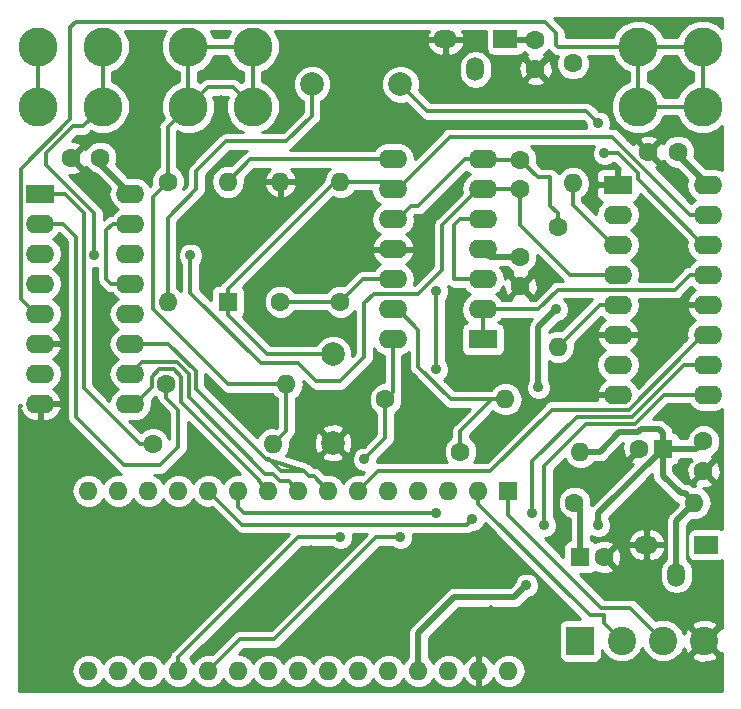
<source format=gbr>
G04 #@! TF.GenerationSoftware,KiCad,Pcbnew,(5.0.0-rc2-dev-179-gab3780148)*
G04 #@! TF.CreationDate,2018-03-20T17:07:23-05:00*
G04 #@! TF.ProjectId,conductivity_sensor_vert,636F6E6475637469766974795F73656E,rev?*
G04 #@! TF.SameCoordinates,Original*
G04 #@! TF.FileFunction,Copper,L2,Bot,Signal*
G04 #@! TF.FilePolarity,Positive*
%FSLAX46Y46*%
G04 Gerber Fmt 4.6, Leading zero omitted, Abs format (unit mm)*
G04 Created by KiCad (PCBNEW (5.0.0-rc2-dev-179-gab3780148)) date 03/20/18 17:07:23*
%MOMM*%
%LPD*%
G01*
G04 APERTURE LIST*
%ADD10O,1.500000X2.000000*%
%ADD11R,2.000000X1.500000*%
%ADD12O,2.000000X1.500000*%
%ADD13C,1.600000*%
%ADD14R,1.600000X1.600000*%
%ADD15O,1.600000X1.600000*%
%ADD16R,2.400000X1.600000*%
%ADD17O,2.400000X1.600000*%
%ADD18R,2.400000X2.400000*%
%ADD19C,2.400000*%
%ADD20C,2.000000*%
%ADD21C,3.302000*%
%ADD22C,0.350000*%
%ADD23C,0.889000*%
%ADD24C,0.304800*%
%ADD25C,0.508000*%
%ADD26C,0.254000*%
G04 APERTURE END LIST*
D10*
X148590000Y-68580000D03*
D11*
X151130000Y-66040000D03*
D12*
X146050000Y-66040000D03*
D13*
X153670000Y-68580000D03*
X153670000Y-66080000D03*
D14*
X151384000Y-104267000D03*
D15*
X118364000Y-119507000D03*
X148844000Y-104267000D03*
X120904000Y-119507000D03*
X146304000Y-104267000D03*
X123444000Y-119507000D03*
X143764000Y-104267000D03*
X125984000Y-119507000D03*
X141224000Y-104267000D03*
X128524000Y-119507000D03*
X138684000Y-104267000D03*
X131064000Y-119507000D03*
X136144000Y-104267000D03*
X133604000Y-119507000D03*
X133604000Y-104267000D03*
X136144000Y-119507000D03*
X131064000Y-104267000D03*
X138684000Y-119507000D03*
X128524000Y-104267000D03*
X141224000Y-119507000D03*
X125984000Y-104267000D03*
X143764000Y-119507000D03*
X123444000Y-104267000D03*
X146304000Y-119507000D03*
X120904000Y-104267000D03*
X148844000Y-119507000D03*
X118364000Y-104267000D03*
X151384000Y-119507000D03*
X115824000Y-104267000D03*
X115824000Y-119507000D03*
D16*
X160655000Y-78359000D03*
D17*
X168275000Y-96139000D03*
X160655000Y-80899000D03*
X168275000Y-93599000D03*
X160655000Y-83439000D03*
X168275000Y-91059000D03*
X160655000Y-85979000D03*
X168275000Y-88519000D03*
X160655000Y-88519000D03*
X168275000Y-85979000D03*
X160655000Y-91059000D03*
X168275000Y-83439000D03*
X160655000Y-93599000D03*
X168275000Y-80899000D03*
X160655000Y-96139000D03*
X168275000Y-78359000D03*
D16*
X111760000Y-79121000D03*
D17*
X119380000Y-96901000D03*
X111760000Y-81661000D03*
X119380000Y-94361000D03*
X111760000Y-84201000D03*
X119380000Y-91821000D03*
X111760000Y-86741000D03*
X119380000Y-89281000D03*
X111760000Y-89281000D03*
X119380000Y-86741000D03*
X111760000Y-91821000D03*
X119380000Y-84201000D03*
X111760000Y-94361000D03*
X119380000Y-81661000D03*
X111760000Y-96901000D03*
X119380000Y-79121000D03*
D16*
X149225000Y-91440000D03*
D17*
X141605000Y-76200000D03*
X149225000Y-88900000D03*
X141605000Y-78740000D03*
X149225000Y-86360000D03*
X141605000Y-81280000D03*
X149225000Y-83820000D03*
X141605000Y-83820000D03*
X149225000Y-81280000D03*
X141605000Y-86360000D03*
X149225000Y-78740000D03*
X141605000Y-88900000D03*
X149225000Y-76200000D03*
X141605000Y-91440000D03*
D13*
X156845000Y-68072000D03*
D15*
X156845000Y-78232000D03*
D13*
X155575000Y-81915000D03*
D15*
X155575000Y-92075000D03*
D13*
X122428000Y-95250000D03*
D15*
X132588000Y-95250000D03*
D13*
X121285000Y-100330000D03*
D15*
X131445000Y-100330000D03*
D13*
X140970000Y-96520000D03*
D15*
X151130000Y-96520000D03*
D13*
X147320000Y-100965000D03*
D15*
X157480000Y-100965000D03*
D13*
X132080000Y-88265000D03*
D15*
X132080000Y-78105000D03*
D13*
X137160000Y-88265000D03*
D15*
X137160000Y-78105000D03*
D13*
X122555000Y-78105000D03*
D15*
X122555000Y-88265000D03*
D13*
X156972000Y-105283000D03*
D15*
X167132000Y-105283000D03*
D18*
X157480000Y-116967000D03*
D19*
X160980000Y-116967000D03*
X164480000Y-116967000D03*
X167980000Y-116967000D03*
D14*
X127635000Y-88265000D03*
D15*
X127635000Y-78105000D03*
D10*
X165608000Y-111379000D03*
D11*
X168148000Y-108839000D03*
D12*
X163068000Y-108839000D03*
D20*
X136525000Y-92710000D03*
X136525000Y-100210000D03*
D13*
X152400000Y-78740000D03*
X152400000Y-76240000D03*
X165735000Y-75565000D03*
X163235000Y-75565000D03*
D20*
X142240000Y-69850000D03*
X134740000Y-69850000D03*
D13*
X116840000Y-76073000D03*
X114340000Y-76073000D03*
X152400000Y-84455000D03*
X152400000Y-86955000D03*
X167894000Y-100076000D03*
X167894000Y-102576000D03*
D14*
X157480000Y-109855000D03*
D13*
X159480000Y-109855000D03*
D14*
X164465000Y-100711000D03*
D13*
X162465000Y-100711000D03*
D21*
X111582200Y-66675000D03*
X111582200Y-71755000D03*
X117017800Y-71755000D03*
X117017800Y-66675000D03*
X167817800Y-66675000D03*
X167817800Y-71755000D03*
X162382200Y-71755000D03*
X162382200Y-66675000D03*
X129717800Y-66675000D03*
X129717800Y-71755000D03*
X124282200Y-71755000D03*
X124282200Y-66675000D03*
D22*
X119405915Y-65880000D03*
X121945915Y-65880000D03*
X127025915Y-65880000D03*
X132105915Y-65880000D03*
X134645915Y-65880000D03*
X137185915Y-65880000D03*
X139725915Y-65880000D03*
X142265915Y-65880000D03*
X160045915Y-65880000D03*
X165125915Y-65880000D03*
X119405915Y-68420000D03*
X121945915Y-68420000D03*
X127025915Y-68420000D03*
X132105915Y-68420000D03*
X137185915Y-68420000D03*
X139725915Y-68420000D03*
X144805915Y-68420000D03*
X160045915Y-68420000D03*
X165125915Y-68420000D03*
X119405915Y-70960000D03*
X121945915Y-70960000D03*
X127025915Y-70960000D03*
X132105915Y-70960000D03*
X137185915Y-70960000D03*
X139725915Y-70960000D03*
X147345915Y-70960000D03*
X149885915Y-70960000D03*
X152425915Y-70960000D03*
X154965915Y-70960000D03*
X160045915Y-70960000D03*
X165125915Y-70960000D03*
X119405915Y-73500000D03*
X127025915Y-73500000D03*
X132105915Y-73500000D03*
X137185915Y-73500000D03*
X139725915Y-73500000D03*
X142265915Y-73500000D03*
X147345915Y-73500000D03*
X149885915Y-73500000D03*
X152425915Y-73500000D03*
X154965915Y-73500000D03*
X165125915Y-73500000D03*
X157505915Y-76040000D03*
X167665915Y-76040000D03*
X116865915Y-78580000D03*
X129565915Y-78580000D03*
X134645915Y-78580000D03*
X147345915Y-78580000D03*
X124485915Y-81120000D03*
X129565915Y-81120000D03*
X132105915Y-81120000D03*
X137185915Y-81120000D03*
X139725915Y-81120000D03*
X127025915Y-83660000D03*
X134645915Y-83660000D03*
X137185915Y-83660000D03*
X139725915Y-83660000D03*
X165125915Y-83660000D03*
X127025915Y-86200000D03*
X134645915Y-86200000D03*
X137185915Y-86200000D03*
X165125915Y-86200000D03*
X129565915Y-88740000D03*
X147345915Y-88740000D03*
X157505915Y-88740000D03*
X165125915Y-88740000D03*
X116865915Y-91280000D03*
X132105915Y-91280000D03*
X134645915Y-91280000D03*
X147345915Y-91280000D03*
X165125915Y-91280000D03*
X116865915Y-93820000D03*
X157505915Y-93820000D03*
X127025915Y-96360000D03*
X129565915Y-96360000D03*
X134645915Y-96360000D03*
X137185915Y-96360000D03*
X111785915Y-98900000D03*
X114325915Y-98900000D03*
X121945915Y-98900000D03*
X124485915Y-98900000D03*
X129565915Y-98900000D03*
X134645915Y-98900000D03*
X139725915Y-98900000D03*
X142265915Y-98900000D03*
X149885915Y-98900000D03*
X111785915Y-101440000D03*
X114325915Y-101440000D03*
X116865915Y-101440000D03*
X124485915Y-101440000D03*
X127025915Y-101440000D03*
X134645915Y-101440000D03*
X142265915Y-101440000D03*
X111785915Y-103980000D03*
X114325915Y-103980000D03*
X157505915Y-103980000D03*
X111785915Y-106520000D03*
X114325915Y-106520000D03*
X116865915Y-106520000D03*
X119405915Y-106520000D03*
X121945915Y-106520000D03*
X124485915Y-106520000D03*
X162585915Y-106520000D03*
X111785915Y-109060000D03*
X114325915Y-109060000D03*
X116865915Y-109060000D03*
X119405915Y-109060000D03*
X121945915Y-109060000D03*
X124485915Y-109060000D03*
X127025915Y-109060000D03*
X129565915Y-109060000D03*
X134645915Y-109060000D03*
X144805915Y-109060000D03*
X147345915Y-109060000D03*
X149885915Y-109060000D03*
X111785915Y-111600000D03*
X114325915Y-111600000D03*
X116865915Y-111600000D03*
X119405915Y-111600000D03*
X121945915Y-111600000D03*
X124485915Y-111600000D03*
X127025915Y-111600000D03*
X132105915Y-111600000D03*
X134645915Y-111600000D03*
X139725915Y-111600000D03*
X142265915Y-111600000D03*
X144805915Y-111600000D03*
X149885915Y-111600000D03*
X162585915Y-111600000D03*
X167665915Y-111600000D03*
X111785915Y-114140000D03*
X114325915Y-114140000D03*
X116865915Y-114140000D03*
X119405915Y-114140000D03*
X121945915Y-114140000D03*
X137185915Y-114140000D03*
X139725915Y-114140000D03*
X142265915Y-114140000D03*
X149885915Y-114140000D03*
X152425915Y-114140000D03*
X154965915Y-114140000D03*
X165125915Y-114140000D03*
X167665915Y-114140000D03*
X111785915Y-116680000D03*
X114325915Y-116680000D03*
X116865915Y-116680000D03*
X119405915Y-116680000D03*
X127025915Y-116680000D03*
X134645915Y-116680000D03*
X137185915Y-116680000D03*
X139725915Y-116680000D03*
X142265915Y-116680000D03*
X147345915Y-116680000D03*
X149885915Y-116680000D03*
X152425915Y-116680000D03*
X154965915Y-116680000D03*
X111785915Y-119220000D03*
X114325915Y-119220000D03*
X154965915Y-119220000D03*
X157505915Y-119220000D03*
X160045915Y-119220000D03*
X162585915Y-119220000D03*
X165125915Y-119220000D03*
X167665915Y-119220000D03*
D23*
X159004000Y-107188000D03*
X139192000Y-101600000D03*
X137160000Y-108204000D03*
X142240000Y-108204000D03*
X145288000Y-93980000D03*
X145288000Y-87376000D03*
X145288000Y-106172000D03*
X154432000Y-107188000D03*
X148336000Y-106680000D03*
X153416000Y-106172000D03*
X155448000Y-88900000D03*
X153924000Y-95504000D03*
X152908000Y-112268000D03*
X159004000Y-73152000D03*
X159512000Y-75692000D03*
X124460000Y-84328000D03*
X116332000Y-84328000D03*
D24*
X161711389Y-114198389D02*
X164480000Y-116967000D01*
X151384000Y-104267000D02*
X151384000Y-106325880D01*
X151384000Y-106325880D02*
X159256509Y-114198389D01*
X159256509Y-114198389D02*
X161711389Y-114198389D01*
X159512000Y-114808000D02*
X159512000Y-115499000D01*
X159512000Y-115499000D02*
X160980000Y-116967000D01*
X158253630Y-114808000D02*
X159512000Y-114808000D01*
X148844000Y-104267000D02*
X148844000Y-105398370D01*
X148844000Y-105398370D02*
X158253630Y-114808000D01*
D25*
X159004000Y-107188000D02*
X159004000Y-106172000D01*
X159004000Y-106172000D02*
X164465000Y-100711000D01*
X160769357Y-99326643D02*
X159131000Y-100965000D01*
X159131000Y-100965000D02*
X157480000Y-100965000D01*
X164122000Y-99060000D02*
X162642007Y-99060000D01*
X162642007Y-99060000D02*
X162375364Y-99326643D01*
X162375364Y-99326643D02*
X160769357Y-99326643D01*
X164465000Y-100711000D02*
X164465000Y-99403000D01*
X164465000Y-99403000D02*
X164122000Y-99060000D01*
X164465000Y-100711000D02*
X167259000Y-100711000D01*
X167259000Y-100711000D02*
X167894000Y-100076000D01*
X165951001Y-104483001D02*
X164465000Y-102997000D01*
X164465000Y-102997000D02*
X164465000Y-102019000D01*
X164465000Y-102019000D02*
X164465000Y-100711000D01*
X167132000Y-105283000D02*
X166332001Y-104483001D01*
X166332001Y-104483001D02*
X165951001Y-104483001D01*
X165608000Y-106807000D02*
X165608000Y-111379000D01*
X167132000Y-105283000D02*
X165608000Y-106807000D01*
D24*
X146812000Y-81788000D02*
X147320000Y-81280000D01*
X147320000Y-81280000D02*
X149225000Y-81280000D01*
X146812000Y-86360000D02*
X146812000Y-81788000D01*
X149225000Y-86360000D02*
X146812000Y-86360000D01*
X139192000Y-101600000D02*
X140970000Y-99822000D01*
X140970000Y-99822000D02*
X140970000Y-96520000D01*
X133604000Y-108204000D02*
X137160000Y-108204000D01*
X123444000Y-118364000D02*
X133604000Y-108204000D01*
X123444000Y-119507000D02*
X123444000Y-118364000D01*
X141605000Y-91440000D02*
X141605000Y-95885000D01*
X141605000Y-95885000D02*
X140970000Y-96520000D01*
X127635000Y-117856000D02*
X125984000Y-119507000D01*
X131572000Y-116840000D02*
X128651000Y-116840000D01*
X128651000Y-116840000D02*
X127635000Y-117856000D01*
X140208000Y-108204000D02*
X131572000Y-116840000D01*
X142240000Y-108204000D02*
X140208000Y-108204000D01*
X145288000Y-93472000D02*
X145288000Y-93980000D01*
X145288000Y-87376000D02*
X145288000Y-93472000D01*
X138684000Y-104267000D02*
X140335000Y-102616000D01*
X166770200Y-92163800D02*
X167875000Y-91059000D01*
X167875000Y-91059000D02*
X168275000Y-91059000D01*
X166770200Y-92201763D02*
X166770200Y-92163800D01*
X155079788Y-97396212D02*
X161575751Y-97396212D01*
X161575751Y-97396212D02*
X166770200Y-92201763D01*
X149860000Y-102616000D02*
X155079788Y-97396212D01*
X140335000Y-102616000D02*
X149860000Y-102616000D01*
X132135778Y-102616000D02*
X131106979Y-101587201D01*
X131106979Y-101587201D02*
X130841543Y-101587201D01*
X134112000Y-102616000D02*
X132135778Y-102616000D01*
X130841543Y-101587201D02*
X134112000Y-102616000D01*
X130841543Y-101587201D02*
X124904421Y-95650079D01*
X124904421Y-95650079D02*
X124904420Y-94141524D01*
X124904420Y-94141524D02*
X122583892Y-91821000D01*
X122583892Y-91821000D02*
X119380000Y-91821000D01*
X134505799Y-103009799D02*
X134112000Y-102616000D01*
X136144000Y-104267000D02*
X134886799Y-103009799D01*
X134886799Y-103009799D02*
X134505799Y-103009799D01*
X133604000Y-104267000D02*
X132804001Y-103467001D01*
X132804001Y-103467001D02*
X132068881Y-103467001D01*
X124294810Y-94394034D02*
X123283965Y-93383189D01*
X123283965Y-93383189D02*
X120357810Y-93383190D01*
X124294812Y-96354812D02*
X124294810Y-94394034D01*
X132068881Y-103467001D02*
X131470389Y-102868509D01*
X131470389Y-102868509D02*
X130808509Y-102868509D01*
X120357810Y-93383190D02*
X119380000Y-94361000D01*
X130808509Y-102868509D02*
X124294812Y-96354812D01*
X123031457Y-93992799D02*
X121824543Y-93992799D01*
X123685201Y-96761201D02*
X123685201Y-94646543D01*
X121824543Y-93992799D02*
X121170799Y-94646543D01*
X131064000Y-104267000D02*
X130264001Y-103467001D01*
X121170799Y-94646543D02*
X121170799Y-95510201D01*
X130264001Y-103467001D02*
X130264001Y-103340001D01*
X123685201Y-94646543D02*
X123031457Y-93992799D01*
X130264001Y-103340001D02*
X123685201Y-96761201D01*
X121170799Y-95510201D02*
X119780000Y-96901000D01*
X119780000Y-96901000D02*
X119380000Y-96901000D01*
X154432000Y-102152342D02*
X154432000Y-106559383D01*
X164557203Y-96139000D02*
X162080771Y-98615432D01*
X157968910Y-98615432D02*
X154432000Y-102152342D01*
X162080771Y-98615432D02*
X157968910Y-98615432D01*
X168275000Y-96139000D02*
X164557203Y-96139000D01*
X154432000Y-106559383D02*
X154432000Y-107188000D01*
X129032000Y-106172000D02*
X128524000Y-105664000D01*
X145288000Y-106172000D02*
X129032000Y-106172000D01*
X128524000Y-105664000D02*
X128524000Y-104267000D01*
X168275000Y-93599000D02*
X166235083Y-93599000D01*
X166235083Y-93599000D02*
X161828260Y-98005823D01*
X161828260Y-98005823D02*
X157164057Y-98005823D01*
X157164057Y-98005823D02*
X153416000Y-101753880D01*
X153416000Y-101753880D02*
X153416000Y-105543383D01*
X153416000Y-105543383D02*
X153416000Y-106172000D01*
X128841499Y-107124499D02*
X125984000Y-104267000D01*
X147891501Y-107124499D02*
X128841499Y-107124499D01*
X148336000Y-106680000D02*
X147891501Y-107124499D01*
D25*
X116840000Y-76073000D02*
X116840000Y-76581000D01*
X116840000Y-76581000D02*
X119380000Y-79121000D01*
X153670000Y-66080000D02*
X151170000Y-66080000D01*
X151170000Y-66080000D02*
X151130000Y-66040000D01*
X165735000Y-75565000D02*
X165735000Y-75819000D01*
X165735000Y-75819000D02*
X168275000Y-78359000D01*
X152400000Y-84455000D02*
X149860000Y-84455000D01*
X149860000Y-84455000D02*
X149225000Y-83820000D01*
X153924000Y-90424000D02*
X155448000Y-88900000D01*
X153924000Y-95504000D02*
X153924000Y-90424000D01*
X157480000Y-109855000D02*
X157480000Y-105791000D01*
X157480000Y-105791000D02*
X156972000Y-105283000D01*
X143764000Y-116332000D02*
X143764000Y-119507000D01*
X146812000Y-113284000D02*
X143764000Y-116332000D01*
X151892000Y-113284000D02*
X146812000Y-113284000D01*
X152908000Y-112268000D02*
X151892000Y-113284000D01*
D24*
X157988000Y-72136000D02*
X144526000Y-72136000D01*
X144526000Y-72136000D02*
X142240000Y-69850000D01*
X159004000Y-73152000D02*
X157988000Y-72136000D01*
X168275000Y-83439000D02*
X167875000Y-83439000D01*
X167875000Y-83439000D02*
X162312201Y-77876201D01*
X160639222Y-75692000D02*
X159512000Y-75692000D01*
X162312201Y-77876201D02*
X162312201Y-77364979D01*
X162312201Y-77364979D02*
X160639222Y-75692000D01*
X132588000Y-74676000D02*
X134740000Y-72524000D01*
X134740000Y-72524000D02*
X134740000Y-69850000D01*
X127508000Y-74676000D02*
X132588000Y-74676000D01*
X124968000Y-77216000D02*
X127508000Y-74676000D01*
X124968000Y-78740000D02*
X124968000Y-77216000D01*
X122555000Y-81153000D02*
X124968000Y-78740000D01*
X122555000Y-88265000D02*
X122555000Y-81153000D01*
X139192000Y-92964000D02*
X139192000Y-88392000D01*
X139192000Y-88392000D02*
X139966790Y-87617210D01*
X135128000Y-94996000D02*
X137160000Y-94996000D01*
X139966790Y-87617210D02*
X143712272Y-87617210D01*
X143712272Y-87617210D02*
X145796000Y-85533482D01*
X145796000Y-81769000D02*
X148825000Y-78740000D01*
X124460000Y-84328000D02*
X124460000Y-87512962D01*
X145796000Y-85533482D02*
X145796000Y-81769000D01*
X133604000Y-93472000D02*
X135128000Y-94996000D01*
X137160000Y-94996000D02*
X139192000Y-92964000D01*
X130419038Y-93472000D02*
X133604000Y-93472000D01*
X148825000Y-78740000D02*
X149225000Y-78740000D01*
X124460000Y-87512962D02*
X130419038Y-93472000D01*
X152400000Y-78740000D02*
X149225000Y-78740000D01*
X156591000Y-85979000D02*
X152400000Y-81788000D01*
X152400000Y-81788000D02*
X152400000Y-78740000D01*
X160655000Y-85979000D02*
X156591000Y-85979000D01*
X143764000Y-80156200D02*
X143128800Y-80156200D01*
X143128800Y-80156200D02*
X142005000Y-81280000D01*
X142005000Y-81280000D02*
X141605000Y-81280000D01*
X149225000Y-76200000D02*
X147720200Y-76200000D01*
X147720200Y-76200000D02*
X143764000Y-80156200D01*
X152400000Y-76240000D02*
X149265000Y-76240000D01*
X149265000Y-76240000D02*
X149225000Y-76200000D01*
X154940000Y-77724000D02*
X153884000Y-77724000D01*
X153884000Y-77724000D02*
X152400000Y-76240000D01*
X154940000Y-80148630D02*
X154940000Y-77724000D01*
X155575000Y-81915000D02*
X155575000Y-80783630D01*
X155575000Y-80783630D02*
X154940000Y-80148630D01*
X127635000Y-88265000D02*
X127635000Y-89369800D01*
X127635000Y-89369800D02*
X130975200Y-92710000D01*
X130975200Y-92710000D02*
X135110787Y-92710000D01*
X135110787Y-92710000D02*
X136525000Y-92710000D01*
X160178999Y-74307799D02*
X146437201Y-74307799D01*
X168275000Y-80899000D02*
X166770200Y-80899000D01*
X166770200Y-80899000D02*
X160178999Y-74307799D01*
X142005000Y-78740000D02*
X141605000Y-78740000D01*
X146437201Y-74307799D02*
X142005000Y-78740000D01*
X127635000Y-88265000D02*
X127635000Y-87160200D01*
X127635000Y-87160200D02*
X136690200Y-78105000D01*
X136690200Y-78105000D02*
X137160000Y-78105000D01*
X137160000Y-78105000D02*
X140970000Y-78105000D01*
X140970000Y-78105000D02*
X141605000Y-78740000D01*
X127635000Y-78105000D02*
X129540000Y-76200000D01*
X129540000Y-76200000D02*
X141605000Y-76200000D01*
X116332000Y-80772000D02*
X116332000Y-84328000D01*
X112268000Y-76708000D02*
X116332000Y-80772000D01*
X112268000Y-75692000D02*
X112268000Y-76708000D01*
X114554001Y-73405999D02*
X112268000Y-75692000D01*
X117017800Y-71755000D02*
X115366801Y-73405999D01*
X115366801Y-73405999D02*
X114554001Y-73405999D01*
X117017800Y-66675000D02*
X117017800Y-71755000D01*
X111582200Y-66675000D02*
X111582200Y-71755000D01*
X114300000Y-72797880D02*
X114300000Y-65024000D01*
X114300000Y-65024000D02*
X114757201Y-64566799D01*
X155448000Y-66548000D02*
X155575000Y-66675000D01*
X114757201Y-64566799D02*
X154482799Y-64566799D01*
X154482799Y-64566799D02*
X155448000Y-65532000D01*
X110102790Y-88023790D02*
X110102790Y-76995090D01*
X155448000Y-65532000D02*
X155448000Y-66548000D01*
X155575000Y-66675000D02*
X162382200Y-66675000D01*
X111760000Y-89281000D02*
X111360000Y-89281000D01*
X110102790Y-76995090D02*
X114300000Y-72797880D01*
X111360000Y-89281000D02*
X110102790Y-88023790D01*
X167817800Y-66675000D02*
X162382200Y-66675000D01*
X167817800Y-71755000D02*
X167817800Y-66675000D01*
X162382200Y-71755000D02*
X167817800Y-71755000D01*
X162382200Y-66675000D02*
X162382200Y-71755000D01*
X122555000Y-78105000D02*
X121297799Y-79362201D01*
X121297799Y-79362201D02*
X121297799Y-88868457D01*
X121297799Y-88868457D02*
X127679342Y-95250000D01*
X131456630Y-95250000D02*
X132588000Y-95250000D01*
X127679342Y-95250000D02*
X131456630Y-95250000D01*
X129717800Y-71755000D02*
X128066801Y-70104001D01*
X128066801Y-70104001D02*
X125933199Y-70104001D01*
X125933199Y-70104001D02*
X124282200Y-71755000D01*
X129717800Y-66675000D02*
X129717800Y-71755000D01*
X124282200Y-66675000D02*
X129717800Y-66675000D01*
X124282200Y-71755000D02*
X124282200Y-66675000D01*
X131445000Y-100330000D02*
X132588000Y-99187000D01*
X132588000Y-99187000D02*
X132588000Y-95250000D01*
X122555000Y-78105000D02*
X122555000Y-73482200D01*
X122555000Y-73482200D02*
X124282200Y-71755000D01*
X139065000Y-86360000D02*
X141605000Y-86360000D01*
X137160000Y-88265000D02*
X139065000Y-86360000D01*
X132080000Y-88265000D02*
X137160000Y-88265000D01*
X151130000Y-96520000D02*
X146493480Y-96520000D01*
X143764000Y-90659000D02*
X142005000Y-88900000D01*
X146493480Y-96520000D02*
X143764000Y-93790520D01*
X142005000Y-88900000D02*
X141605000Y-88900000D01*
X143764000Y-93790520D02*
X143764000Y-90659000D01*
X151130000Y-96520000D02*
X149998630Y-96520000D01*
X149998630Y-96520000D02*
X147320000Y-99198630D01*
X147320000Y-99198630D02*
X147320000Y-100965000D01*
X121285000Y-100330000D02*
X120153630Y-100330000D01*
X115417611Y-80719731D02*
X113818880Y-79121000D01*
X120153630Y-100330000D02*
X115417611Y-95593981D01*
X113818880Y-79121000D02*
X111760000Y-79121000D01*
X115417611Y-95593981D02*
X115417611Y-80719731D01*
X114808000Y-82804000D02*
X113665000Y-81661000D01*
X113665000Y-81661000D02*
X111760000Y-81661000D01*
X114808000Y-98044000D02*
X114808000Y-82804000D01*
X118872000Y-102108000D02*
X114808000Y-98044000D01*
X121920000Y-102108000D02*
X118872000Y-102108000D01*
X123444000Y-100584000D02*
X121920000Y-102108000D01*
X123444000Y-97397370D02*
X123444000Y-100584000D01*
X122428000Y-95250000D02*
X122428000Y-96381370D01*
X122428000Y-96381370D02*
X123444000Y-97397370D01*
X160655000Y-88519000D02*
X159131000Y-88519000D01*
X159131000Y-88519000D02*
X155575000Y-92075000D01*
X156845000Y-78232000D02*
X156845000Y-80029000D01*
X156845000Y-80029000D02*
X160255000Y-83439000D01*
X160255000Y-83439000D02*
X160655000Y-83439000D01*
X155562210Y-87261790D02*
X153924000Y-88900000D01*
X153924000Y-88900000D02*
X149225000Y-88900000D01*
X166770200Y-85979000D02*
X165487410Y-87261790D01*
X168275000Y-85979000D02*
X166770200Y-85979000D01*
X165487410Y-87261790D02*
X155562210Y-87261790D01*
X149225000Y-88900000D02*
X149225000Y-91440000D01*
X117348000Y-86360000D02*
X117729000Y-86741000D01*
X117729000Y-86741000D02*
X119380000Y-86741000D01*
X117348000Y-82188200D02*
X117348000Y-86360000D01*
X119380000Y-81661000D02*
X117875200Y-81661000D01*
X117875200Y-81661000D02*
X117348000Y-82188200D01*
D26*
G36*
X114020601Y-83130153D02*
X114020600Y-97966449D01*
X114005174Y-98044000D01*
X114020600Y-98121551D01*
X114066285Y-98351227D01*
X114240316Y-98611684D01*
X114306065Y-98655616D01*
X118260386Y-102609938D01*
X118304316Y-102675684D01*
X118552217Y-102841326D01*
X118505333Y-102832000D01*
X118222667Y-102832000D01*
X117804091Y-102915260D01*
X117329423Y-103232423D01*
X117094000Y-103584758D01*
X116858577Y-103232423D01*
X116383909Y-102915260D01*
X115965333Y-102832000D01*
X115682667Y-102832000D01*
X115264091Y-102915260D01*
X114789423Y-103232423D01*
X114472260Y-103707091D01*
X114360887Y-104267000D01*
X114472260Y-104826909D01*
X114789423Y-105301577D01*
X115264091Y-105618740D01*
X115682667Y-105702000D01*
X115965333Y-105702000D01*
X116383909Y-105618740D01*
X116858577Y-105301577D01*
X117094000Y-104949242D01*
X117329423Y-105301577D01*
X117804091Y-105618740D01*
X118222667Y-105702000D01*
X118505333Y-105702000D01*
X118923909Y-105618740D01*
X119398577Y-105301577D01*
X119634000Y-104949242D01*
X119869423Y-105301577D01*
X120344091Y-105618740D01*
X120762667Y-105702000D01*
X121045333Y-105702000D01*
X121463909Y-105618740D01*
X121938577Y-105301577D01*
X122174000Y-104949242D01*
X122409423Y-105301577D01*
X122884091Y-105618740D01*
X123302667Y-105702000D01*
X123585333Y-105702000D01*
X124003909Y-105618740D01*
X124478577Y-105301577D01*
X124714000Y-104949242D01*
X124949423Y-105301577D01*
X125424091Y-105618740D01*
X125842667Y-105702000D01*
X126125333Y-105702000D01*
X126275566Y-105672117D01*
X128229885Y-107626437D01*
X128273815Y-107692183D01*
X128534271Y-107866214D01*
X128763947Y-107911899D01*
X128763948Y-107911899D01*
X128841499Y-107927325D01*
X128919050Y-107911899D01*
X132782549Y-107911899D01*
X122942063Y-117752386D01*
X122876317Y-117796316D01*
X122832387Y-117862062D01*
X122702286Y-118056772D01*
X122651825Y-118310455D01*
X122409423Y-118472423D01*
X122174000Y-118824758D01*
X121938577Y-118472423D01*
X121463909Y-118155260D01*
X121045333Y-118072000D01*
X120762667Y-118072000D01*
X120344091Y-118155260D01*
X119869423Y-118472423D01*
X119634000Y-118824758D01*
X119398577Y-118472423D01*
X118923909Y-118155260D01*
X118505333Y-118072000D01*
X118222667Y-118072000D01*
X117804091Y-118155260D01*
X117329423Y-118472423D01*
X117094000Y-118824758D01*
X116858577Y-118472423D01*
X116383909Y-118155260D01*
X115965333Y-118072000D01*
X115682667Y-118072000D01*
X115264091Y-118155260D01*
X114789423Y-118472423D01*
X114472260Y-118947091D01*
X114360887Y-119507000D01*
X114472260Y-120066909D01*
X114789423Y-120541577D01*
X115264091Y-120858740D01*
X115682667Y-120942000D01*
X115965333Y-120942000D01*
X116383909Y-120858740D01*
X116858577Y-120541577D01*
X117094000Y-120189242D01*
X117329423Y-120541577D01*
X117804091Y-120858740D01*
X118222667Y-120942000D01*
X118505333Y-120942000D01*
X118923909Y-120858740D01*
X119398577Y-120541577D01*
X119634000Y-120189242D01*
X119869423Y-120541577D01*
X120344091Y-120858740D01*
X120762667Y-120942000D01*
X121045333Y-120942000D01*
X121463909Y-120858740D01*
X121938577Y-120541577D01*
X122174000Y-120189242D01*
X122409423Y-120541577D01*
X122884091Y-120858740D01*
X123302667Y-120942000D01*
X123585333Y-120942000D01*
X124003909Y-120858740D01*
X124478577Y-120541577D01*
X124714000Y-120189242D01*
X124949423Y-120541577D01*
X125424091Y-120858740D01*
X125842667Y-120942000D01*
X126125333Y-120942000D01*
X126543909Y-120858740D01*
X127018577Y-120541577D01*
X127254000Y-120189242D01*
X127489423Y-120541577D01*
X127964091Y-120858740D01*
X128382667Y-120942000D01*
X128665333Y-120942000D01*
X129083909Y-120858740D01*
X129558577Y-120541577D01*
X129794000Y-120189242D01*
X130029423Y-120541577D01*
X130504091Y-120858740D01*
X130922667Y-120942000D01*
X131205333Y-120942000D01*
X131623909Y-120858740D01*
X132098577Y-120541577D01*
X132334000Y-120189242D01*
X132569423Y-120541577D01*
X133044091Y-120858740D01*
X133462667Y-120942000D01*
X133745333Y-120942000D01*
X134163909Y-120858740D01*
X134638577Y-120541577D01*
X134874000Y-120189242D01*
X135109423Y-120541577D01*
X135584091Y-120858740D01*
X136002667Y-120942000D01*
X136285333Y-120942000D01*
X136703909Y-120858740D01*
X137178577Y-120541577D01*
X137414000Y-120189242D01*
X137649423Y-120541577D01*
X138124091Y-120858740D01*
X138542667Y-120942000D01*
X138825333Y-120942000D01*
X139243909Y-120858740D01*
X139718577Y-120541577D01*
X139954000Y-120189242D01*
X140189423Y-120541577D01*
X140664091Y-120858740D01*
X141082667Y-120942000D01*
X141365333Y-120942000D01*
X141783909Y-120858740D01*
X142258577Y-120541577D01*
X142494000Y-120189242D01*
X142729423Y-120541577D01*
X143204091Y-120858740D01*
X143622667Y-120942000D01*
X143905333Y-120942000D01*
X144323909Y-120858740D01*
X144798577Y-120541577D01*
X145034000Y-120189242D01*
X145269423Y-120541577D01*
X145744091Y-120858740D01*
X146162667Y-120942000D01*
X146445333Y-120942000D01*
X146863909Y-120858740D01*
X147338577Y-120541577D01*
X147594947Y-120157892D01*
X147691611Y-120362134D01*
X148106577Y-120738041D01*
X148494961Y-120898904D01*
X148717000Y-120776915D01*
X148717000Y-119634000D01*
X148697000Y-119634000D01*
X148697000Y-119380000D01*
X148717000Y-119380000D01*
X148717000Y-118237085D01*
X148971000Y-118237085D01*
X148971000Y-119380000D01*
X148991000Y-119380000D01*
X148991000Y-119634000D01*
X148971000Y-119634000D01*
X148971000Y-120776915D01*
X149193039Y-120898904D01*
X149581423Y-120738041D01*
X149996389Y-120362134D01*
X150093053Y-120157892D01*
X150349423Y-120541577D01*
X150824091Y-120858740D01*
X151242667Y-120942000D01*
X151525333Y-120942000D01*
X151943909Y-120858740D01*
X152418577Y-120541577D01*
X152735740Y-120066909D01*
X152847113Y-119507000D01*
X152735740Y-118947091D01*
X152418577Y-118472423D01*
X151943909Y-118155260D01*
X151525333Y-118072000D01*
X151242667Y-118072000D01*
X150824091Y-118155260D01*
X150349423Y-118472423D01*
X150093053Y-118856108D01*
X149996389Y-118651866D01*
X149581423Y-118275959D01*
X149193039Y-118115096D01*
X148971000Y-118237085D01*
X148717000Y-118237085D01*
X148494961Y-118115096D01*
X148106577Y-118275959D01*
X147691611Y-118651866D01*
X147594947Y-118856108D01*
X147338577Y-118472423D01*
X146863909Y-118155260D01*
X146445333Y-118072000D01*
X146162667Y-118072000D01*
X145744091Y-118155260D01*
X145269423Y-118472423D01*
X145034000Y-118824758D01*
X144798577Y-118472423D01*
X144653000Y-118375152D01*
X144653000Y-116700235D01*
X147180236Y-114173000D01*
X151804445Y-114173000D01*
X151892000Y-114190416D01*
X151979555Y-114173000D01*
X151979556Y-114173000D01*
X152238870Y-114121419D01*
X152532933Y-113924933D01*
X152582531Y-113850704D01*
X153085736Y-113347500D01*
X153122726Y-113347500D01*
X153519488Y-113183156D01*
X153823156Y-112879488D01*
X153987500Y-112482726D01*
X153987500Y-112053274D01*
X153823156Y-111656512D01*
X153519488Y-111352844D01*
X153122726Y-111188500D01*
X152693274Y-111188500D01*
X152296512Y-111352844D01*
X151992844Y-111656512D01*
X151828500Y-112053274D01*
X151828500Y-112090264D01*
X151523765Y-112395000D01*
X146899555Y-112395000D01*
X146812000Y-112377584D01*
X146724445Y-112395000D01*
X146724444Y-112395000D01*
X146465130Y-112446581D01*
X146171067Y-112643067D01*
X146121471Y-112717293D01*
X143197296Y-115641469D01*
X143123067Y-115691067D01*
X142926581Y-115985131D01*
X142904073Y-116098286D01*
X142857584Y-116332000D01*
X142875000Y-116419555D01*
X142875001Y-118375151D01*
X142729423Y-118472423D01*
X142494000Y-118824758D01*
X142258577Y-118472423D01*
X141783909Y-118155260D01*
X141365333Y-118072000D01*
X141082667Y-118072000D01*
X140664091Y-118155260D01*
X140189423Y-118472423D01*
X139954000Y-118824758D01*
X139718577Y-118472423D01*
X139243909Y-118155260D01*
X138825333Y-118072000D01*
X138542667Y-118072000D01*
X138124091Y-118155260D01*
X137649423Y-118472423D01*
X137414000Y-118824758D01*
X137178577Y-118472423D01*
X136703909Y-118155260D01*
X136285333Y-118072000D01*
X136002667Y-118072000D01*
X135584091Y-118155260D01*
X135109423Y-118472423D01*
X134874000Y-118824758D01*
X134638577Y-118472423D01*
X134163909Y-118155260D01*
X133745333Y-118072000D01*
X133462667Y-118072000D01*
X133044091Y-118155260D01*
X132569423Y-118472423D01*
X132334000Y-118824758D01*
X132098577Y-118472423D01*
X131623909Y-118155260D01*
X131205333Y-118072000D01*
X130922667Y-118072000D01*
X130504091Y-118155260D01*
X130029423Y-118472423D01*
X129794000Y-118824758D01*
X129558577Y-118472423D01*
X129083909Y-118155260D01*
X128665333Y-118072000D01*
X128532551Y-118072000D01*
X128977152Y-117627400D01*
X131494449Y-117627400D01*
X131572000Y-117642826D01*
X131649551Y-117627400D01*
X131649552Y-117627400D01*
X131879228Y-117581715D01*
X132139684Y-117407684D01*
X132183616Y-117341935D01*
X140534152Y-108991400D01*
X141500756Y-108991400D01*
X141628512Y-109119156D01*
X142025274Y-109283500D01*
X142454726Y-109283500D01*
X142851488Y-109119156D01*
X143155156Y-108815488D01*
X143319500Y-108418726D01*
X143319500Y-107989274D01*
X143287450Y-107911899D01*
X147813950Y-107911899D01*
X147891501Y-107927325D01*
X147969052Y-107911899D01*
X147969053Y-107911899D01*
X148198729Y-107866214D01*
X148358438Y-107759500D01*
X148550726Y-107759500D01*
X148947488Y-107595156D01*
X149251156Y-107291488D01*
X149360233Y-107028154D01*
X157451638Y-115119560D01*
X156280000Y-115119560D01*
X156032235Y-115168843D01*
X155822191Y-115309191D01*
X155681843Y-115519235D01*
X155632560Y-115767000D01*
X155632560Y-118167000D01*
X155681843Y-118414765D01*
X155822191Y-118624809D01*
X156032235Y-118765157D01*
X156280000Y-118814440D01*
X158680000Y-118814440D01*
X158927765Y-118765157D01*
X159137809Y-118624809D01*
X159278157Y-118414765D01*
X159327440Y-118167000D01*
X159327440Y-117772453D01*
X159424362Y-118006444D01*
X159940556Y-118522638D01*
X160614996Y-118802000D01*
X161345004Y-118802000D01*
X162019444Y-118522638D01*
X162535638Y-118006444D01*
X162730000Y-117537212D01*
X162924362Y-118006444D01*
X163440556Y-118522638D01*
X164114996Y-118802000D01*
X164845004Y-118802000D01*
X165519444Y-118522638D01*
X165777907Y-118264175D01*
X166862430Y-118264175D01*
X166985565Y-118551788D01*
X167667734Y-118811707D01*
X168397443Y-118790786D01*
X168974435Y-118551788D01*
X169097570Y-118264175D01*
X167980000Y-117146605D01*
X166862430Y-118264175D01*
X165777907Y-118264175D01*
X166035638Y-118006444D01*
X166224747Y-117549895D01*
X166395212Y-117961435D01*
X166682825Y-118084570D01*
X167800395Y-116967000D01*
X166682825Y-115849430D01*
X166395212Y-115972565D01*
X166231862Y-116401284D01*
X166035638Y-115927556D01*
X165777907Y-115669825D01*
X166862430Y-115669825D01*
X167980000Y-116787395D01*
X169097570Y-115669825D01*
X168974435Y-115382212D01*
X168292266Y-115122293D01*
X167562557Y-115143214D01*
X166985565Y-115382212D01*
X166862430Y-115669825D01*
X165777907Y-115669825D01*
X165519444Y-115411362D01*
X164845004Y-115132000D01*
X164114996Y-115132000D01*
X163862952Y-115236400D01*
X162323005Y-113696454D01*
X162279073Y-113630705D01*
X162018617Y-113456674D01*
X161788941Y-113410989D01*
X161788940Y-113410989D01*
X161711389Y-113395563D01*
X161633838Y-113410989D01*
X159582661Y-113410989D01*
X157474112Y-111302440D01*
X158280000Y-111302440D01*
X158527765Y-111253157D01*
X158737516Y-111113005D01*
X159263223Y-111301965D01*
X159833454Y-111274778D01*
X160234005Y-111108864D01*
X160308139Y-110862745D01*
X159480000Y-110034605D01*
X159465858Y-110048748D01*
X159286253Y-109869143D01*
X159300395Y-109855000D01*
X159659605Y-109855000D01*
X160487745Y-110683139D01*
X160733864Y-110609005D01*
X160926965Y-110071777D01*
X160899778Y-109501546D01*
X160766666Y-109180185D01*
X161475682Y-109180185D01*
X161494519Y-109283235D01*
X161765264Y-109755894D01*
X162196279Y-110088964D01*
X162721945Y-110231739D01*
X162941000Y-110070868D01*
X162941000Y-108966000D01*
X163195000Y-108966000D01*
X163195000Y-110070868D01*
X163414055Y-110231739D01*
X163939721Y-110088964D01*
X164370736Y-109755894D01*
X164641481Y-109283235D01*
X164660318Y-109180185D01*
X164537656Y-108966000D01*
X163195000Y-108966000D01*
X162941000Y-108966000D01*
X161598344Y-108966000D01*
X161475682Y-109180185D01*
X160766666Y-109180185D01*
X160733864Y-109100995D01*
X160487745Y-109026861D01*
X159659605Y-109855000D01*
X159300395Y-109855000D01*
X159286253Y-109840858D01*
X159465858Y-109661252D01*
X159480000Y-109675395D01*
X160308139Y-108847255D01*
X160234005Y-108601136D01*
X159946555Y-108497815D01*
X161475682Y-108497815D01*
X161598344Y-108712000D01*
X162941000Y-108712000D01*
X162941000Y-107607132D01*
X163195000Y-107607132D01*
X163195000Y-108712000D01*
X164537656Y-108712000D01*
X164660318Y-108497815D01*
X164641481Y-108394765D01*
X164370736Y-107922106D01*
X163939721Y-107589036D01*
X163414055Y-107446261D01*
X163195000Y-107607132D01*
X162941000Y-107607132D01*
X162721945Y-107446261D01*
X162196279Y-107589036D01*
X161765264Y-107922106D01*
X161494519Y-108394765D01*
X161475682Y-108497815D01*
X159946555Y-108497815D01*
X159696777Y-108408035D01*
X159126546Y-108435222D01*
X158736933Y-108596605D01*
X158527765Y-108456843D01*
X158369000Y-108425263D01*
X158369000Y-108079644D01*
X158392512Y-108103156D01*
X158789274Y-108267500D01*
X159218726Y-108267500D01*
X159615488Y-108103156D01*
X159919156Y-107799488D01*
X160083500Y-107402726D01*
X160083500Y-106973274D01*
X159919156Y-106576512D01*
X159893000Y-106550356D01*
X159893000Y-106540235D01*
X163576000Y-102857236D01*
X163576000Y-102909445D01*
X163558584Y-102997000D01*
X163576000Y-103084555D01*
X163627581Y-103343869D01*
X163824067Y-103637933D01*
X163898296Y-103687531D01*
X165260471Y-105049707D01*
X165310068Y-105123934D01*
X165604131Y-105320420D01*
X165679305Y-105335373D01*
X165703044Y-105454720D01*
X165041296Y-106116469D01*
X164967067Y-106166067D01*
X164770581Y-106460131D01*
X164719000Y-106719444D01*
X164701584Y-106807000D01*
X164719000Y-106894555D01*
X164719001Y-110057286D01*
X164609472Y-110130471D01*
X164303359Y-110588600D01*
X164223000Y-110992593D01*
X164223000Y-111765406D01*
X164303359Y-112169399D01*
X164609471Y-112627528D01*
X165067600Y-112933641D01*
X165608000Y-113041133D01*
X166148399Y-112933641D01*
X166606528Y-112627529D01*
X166912641Y-112169400D01*
X166993000Y-111765407D01*
X166993000Y-110992594D01*
X166912641Y-110588601D01*
X166606529Y-110130471D01*
X166497000Y-110057286D01*
X166497000Y-107175235D01*
X166960280Y-106711956D01*
X166990667Y-106718000D01*
X167273333Y-106718000D01*
X167691909Y-106634740D01*
X168166577Y-106317577D01*
X168483740Y-105842909D01*
X168595113Y-105283000D01*
X168483740Y-104723091D01*
X168166577Y-104248423D01*
X167819036Y-104016204D01*
X168247454Y-103995778D01*
X168648005Y-103829864D01*
X168722139Y-103583745D01*
X167894000Y-102755605D01*
X167065861Y-103583745D01*
X167139995Y-103829864D01*
X167190451Y-103848000D01*
X166990667Y-103848000D01*
X166978513Y-103850418D01*
X166972934Y-103842068D01*
X166678871Y-103645582D01*
X166419557Y-103594001D01*
X166419556Y-103594001D01*
X166332001Y-103576585D01*
X166306828Y-103581592D01*
X165354000Y-102628765D01*
X165354000Y-102140737D01*
X165512765Y-102109157D01*
X165722809Y-101968809D01*
X165863157Y-101758765D01*
X165894737Y-101600000D01*
X166804364Y-101600000D01*
X166771378Y-101632986D01*
X166886253Y-101747861D01*
X166640136Y-101821995D01*
X166447035Y-102359223D01*
X166474222Y-102929454D01*
X166640136Y-103330005D01*
X166886255Y-103404139D01*
X167714395Y-102576000D01*
X168073605Y-102576000D01*
X168901745Y-103404139D01*
X169147864Y-103330005D01*
X169340965Y-102792777D01*
X169313778Y-102222546D01*
X169147864Y-101821995D01*
X168901745Y-101747861D01*
X168073605Y-102576000D01*
X167714395Y-102576000D01*
X167700252Y-102561858D01*
X167879858Y-102382252D01*
X167894000Y-102396395D01*
X168722139Y-101568255D01*
X168648005Y-101322136D01*
X168641254Y-101319710D01*
X168706862Y-101292534D01*
X169110534Y-100888862D01*
X169329000Y-100361439D01*
X169329000Y-99790561D01*
X169110534Y-99263138D01*
X168706862Y-98859466D01*
X168179439Y-98641000D01*
X167608561Y-98641000D01*
X167081138Y-98859466D01*
X166677466Y-99263138D01*
X166459000Y-99790561D01*
X166459000Y-99822000D01*
X165894737Y-99822000D01*
X165863157Y-99663235D01*
X165722809Y-99453191D01*
X165512765Y-99312843D01*
X165346921Y-99279855D01*
X165302419Y-99056130D01*
X165105933Y-98762067D01*
X165031704Y-98712469D01*
X164812531Y-98493296D01*
X164762933Y-98419067D01*
X164468870Y-98222581D01*
X164209556Y-98171000D01*
X164209555Y-98171000D01*
X164122000Y-98153584D01*
X164034445Y-98171000D01*
X163638754Y-98171000D01*
X164883355Y-96926400D01*
X166675265Y-96926400D01*
X166840423Y-97173577D01*
X167315091Y-97490740D01*
X167733667Y-97574000D01*
X168816333Y-97574000D01*
X169234909Y-97490740D01*
X169445000Y-97350361D01*
X169445000Y-107523741D01*
X169395765Y-107490843D01*
X169148000Y-107441560D01*
X167148000Y-107441560D01*
X166900235Y-107490843D01*
X166690191Y-107631191D01*
X166549843Y-107841235D01*
X166500560Y-108089000D01*
X166500560Y-109589000D01*
X166549843Y-109836765D01*
X166690191Y-110046809D01*
X166900235Y-110187157D01*
X167148000Y-110236440D01*
X169148000Y-110236440D01*
X169395765Y-110187157D01*
X169445000Y-110154259D01*
X169445000Y-115921281D01*
X169277175Y-115849430D01*
X168159605Y-116967000D01*
X169277175Y-118084570D01*
X169445000Y-118012719D01*
X169445000Y-121185000D01*
X109955000Y-121185000D01*
X109955000Y-97028002D01*
X110090084Y-97028002D01*
X109968096Y-97250039D01*
X109985633Y-97332819D01*
X110255500Y-97825896D01*
X110693517Y-98178166D01*
X111233000Y-98336000D01*
X111633000Y-98336000D01*
X111633000Y-97028000D01*
X111887000Y-97028000D01*
X111887000Y-98336000D01*
X112287000Y-98336000D01*
X112826483Y-98178166D01*
X113264500Y-97825896D01*
X113534367Y-97332819D01*
X113551904Y-97250039D01*
X113429915Y-97028000D01*
X111887000Y-97028000D01*
X111633000Y-97028000D01*
X111613000Y-97028000D01*
X111613000Y-96774000D01*
X111633000Y-96774000D01*
X111633000Y-96754000D01*
X111887000Y-96754000D01*
X111887000Y-96774000D01*
X113429915Y-96774000D01*
X113551904Y-96551961D01*
X113534367Y-96469181D01*
X113264500Y-95976104D01*
X112838501Y-95633499D01*
X113194577Y-95395577D01*
X113511740Y-94920909D01*
X113623113Y-94361000D01*
X113511740Y-93801091D01*
X113194577Y-93326423D01*
X112838501Y-93088501D01*
X113264500Y-92745896D01*
X113534367Y-92252819D01*
X113551904Y-92170039D01*
X113429915Y-91948000D01*
X111887000Y-91948000D01*
X111887000Y-91968000D01*
X111633000Y-91968000D01*
X111633000Y-91948000D01*
X111613000Y-91948000D01*
X111613000Y-91694000D01*
X111633000Y-91694000D01*
X111633000Y-91674000D01*
X111887000Y-91674000D01*
X111887000Y-91694000D01*
X113429915Y-91694000D01*
X113551904Y-91471961D01*
X113534367Y-91389181D01*
X113264500Y-90896104D01*
X112838501Y-90553499D01*
X113194577Y-90315577D01*
X113511740Y-89840909D01*
X113623113Y-89281000D01*
X113511740Y-88721091D01*
X113194577Y-88246423D01*
X112842242Y-88011000D01*
X113194577Y-87775577D01*
X113511740Y-87300909D01*
X113623113Y-86741000D01*
X113511740Y-86181091D01*
X113194577Y-85706423D01*
X112842242Y-85471000D01*
X113194577Y-85235577D01*
X113511740Y-84760909D01*
X113623113Y-84201000D01*
X113511740Y-83641091D01*
X113194577Y-83166423D01*
X112842242Y-82931000D01*
X113194577Y-82695577D01*
X113351369Y-82460921D01*
X114020601Y-83130153D01*
X114020601Y-83130153D01*
G37*
X114020601Y-83130153D02*
X114020600Y-97966449D01*
X114005174Y-98044000D01*
X114020600Y-98121551D01*
X114066285Y-98351227D01*
X114240316Y-98611684D01*
X114306065Y-98655616D01*
X118260386Y-102609938D01*
X118304316Y-102675684D01*
X118552217Y-102841326D01*
X118505333Y-102832000D01*
X118222667Y-102832000D01*
X117804091Y-102915260D01*
X117329423Y-103232423D01*
X117094000Y-103584758D01*
X116858577Y-103232423D01*
X116383909Y-102915260D01*
X115965333Y-102832000D01*
X115682667Y-102832000D01*
X115264091Y-102915260D01*
X114789423Y-103232423D01*
X114472260Y-103707091D01*
X114360887Y-104267000D01*
X114472260Y-104826909D01*
X114789423Y-105301577D01*
X115264091Y-105618740D01*
X115682667Y-105702000D01*
X115965333Y-105702000D01*
X116383909Y-105618740D01*
X116858577Y-105301577D01*
X117094000Y-104949242D01*
X117329423Y-105301577D01*
X117804091Y-105618740D01*
X118222667Y-105702000D01*
X118505333Y-105702000D01*
X118923909Y-105618740D01*
X119398577Y-105301577D01*
X119634000Y-104949242D01*
X119869423Y-105301577D01*
X120344091Y-105618740D01*
X120762667Y-105702000D01*
X121045333Y-105702000D01*
X121463909Y-105618740D01*
X121938577Y-105301577D01*
X122174000Y-104949242D01*
X122409423Y-105301577D01*
X122884091Y-105618740D01*
X123302667Y-105702000D01*
X123585333Y-105702000D01*
X124003909Y-105618740D01*
X124478577Y-105301577D01*
X124714000Y-104949242D01*
X124949423Y-105301577D01*
X125424091Y-105618740D01*
X125842667Y-105702000D01*
X126125333Y-105702000D01*
X126275566Y-105672117D01*
X128229885Y-107626437D01*
X128273815Y-107692183D01*
X128534271Y-107866214D01*
X128763947Y-107911899D01*
X128763948Y-107911899D01*
X128841499Y-107927325D01*
X128919050Y-107911899D01*
X132782549Y-107911899D01*
X122942063Y-117752386D01*
X122876317Y-117796316D01*
X122832387Y-117862062D01*
X122702286Y-118056772D01*
X122651825Y-118310455D01*
X122409423Y-118472423D01*
X122174000Y-118824758D01*
X121938577Y-118472423D01*
X121463909Y-118155260D01*
X121045333Y-118072000D01*
X120762667Y-118072000D01*
X120344091Y-118155260D01*
X119869423Y-118472423D01*
X119634000Y-118824758D01*
X119398577Y-118472423D01*
X118923909Y-118155260D01*
X118505333Y-118072000D01*
X118222667Y-118072000D01*
X117804091Y-118155260D01*
X117329423Y-118472423D01*
X117094000Y-118824758D01*
X116858577Y-118472423D01*
X116383909Y-118155260D01*
X115965333Y-118072000D01*
X115682667Y-118072000D01*
X115264091Y-118155260D01*
X114789423Y-118472423D01*
X114472260Y-118947091D01*
X114360887Y-119507000D01*
X114472260Y-120066909D01*
X114789423Y-120541577D01*
X115264091Y-120858740D01*
X115682667Y-120942000D01*
X115965333Y-120942000D01*
X116383909Y-120858740D01*
X116858577Y-120541577D01*
X117094000Y-120189242D01*
X117329423Y-120541577D01*
X117804091Y-120858740D01*
X118222667Y-120942000D01*
X118505333Y-120942000D01*
X118923909Y-120858740D01*
X119398577Y-120541577D01*
X119634000Y-120189242D01*
X119869423Y-120541577D01*
X120344091Y-120858740D01*
X120762667Y-120942000D01*
X121045333Y-120942000D01*
X121463909Y-120858740D01*
X121938577Y-120541577D01*
X122174000Y-120189242D01*
X122409423Y-120541577D01*
X122884091Y-120858740D01*
X123302667Y-120942000D01*
X123585333Y-120942000D01*
X124003909Y-120858740D01*
X124478577Y-120541577D01*
X124714000Y-120189242D01*
X124949423Y-120541577D01*
X125424091Y-120858740D01*
X125842667Y-120942000D01*
X126125333Y-120942000D01*
X126543909Y-120858740D01*
X127018577Y-120541577D01*
X127254000Y-120189242D01*
X127489423Y-120541577D01*
X127964091Y-120858740D01*
X128382667Y-120942000D01*
X128665333Y-120942000D01*
X129083909Y-120858740D01*
X129558577Y-120541577D01*
X129794000Y-120189242D01*
X130029423Y-120541577D01*
X130504091Y-120858740D01*
X130922667Y-120942000D01*
X131205333Y-120942000D01*
X131623909Y-120858740D01*
X132098577Y-120541577D01*
X132334000Y-120189242D01*
X132569423Y-120541577D01*
X133044091Y-120858740D01*
X133462667Y-120942000D01*
X133745333Y-120942000D01*
X134163909Y-120858740D01*
X134638577Y-120541577D01*
X134874000Y-120189242D01*
X135109423Y-120541577D01*
X135584091Y-120858740D01*
X136002667Y-120942000D01*
X136285333Y-120942000D01*
X136703909Y-120858740D01*
X137178577Y-120541577D01*
X137414000Y-120189242D01*
X137649423Y-120541577D01*
X138124091Y-120858740D01*
X138542667Y-120942000D01*
X138825333Y-120942000D01*
X139243909Y-120858740D01*
X139718577Y-120541577D01*
X139954000Y-120189242D01*
X140189423Y-120541577D01*
X140664091Y-120858740D01*
X141082667Y-120942000D01*
X141365333Y-120942000D01*
X141783909Y-120858740D01*
X142258577Y-120541577D01*
X142494000Y-120189242D01*
X142729423Y-120541577D01*
X143204091Y-120858740D01*
X143622667Y-120942000D01*
X143905333Y-120942000D01*
X144323909Y-120858740D01*
X144798577Y-120541577D01*
X145034000Y-120189242D01*
X145269423Y-120541577D01*
X145744091Y-120858740D01*
X146162667Y-120942000D01*
X146445333Y-120942000D01*
X146863909Y-120858740D01*
X147338577Y-120541577D01*
X147594947Y-120157892D01*
X147691611Y-120362134D01*
X148106577Y-120738041D01*
X148494961Y-120898904D01*
X148717000Y-120776915D01*
X148717000Y-119634000D01*
X148697000Y-119634000D01*
X148697000Y-119380000D01*
X148717000Y-119380000D01*
X148717000Y-118237085D01*
X148971000Y-118237085D01*
X148971000Y-119380000D01*
X148991000Y-119380000D01*
X148991000Y-119634000D01*
X148971000Y-119634000D01*
X148971000Y-120776915D01*
X149193039Y-120898904D01*
X149581423Y-120738041D01*
X149996389Y-120362134D01*
X150093053Y-120157892D01*
X150349423Y-120541577D01*
X150824091Y-120858740D01*
X151242667Y-120942000D01*
X151525333Y-120942000D01*
X151943909Y-120858740D01*
X152418577Y-120541577D01*
X152735740Y-120066909D01*
X152847113Y-119507000D01*
X152735740Y-118947091D01*
X152418577Y-118472423D01*
X151943909Y-118155260D01*
X151525333Y-118072000D01*
X151242667Y-118072000D01*
X150824091Y-118155260D01*
X150349423Y-118472423D01*
X150093053Y-118856108D01*
X149996389Y-118651866D01*
X149581423Y-118275959D01*
X149193039Y-118115096D01*
X148971000Y-118237085D01*
X148717000Y-118237085D01*
X148494961Y-118115096D01*
X148106577Y-118275959D01*
X147691611Y-118651866D01*
X147594947Y-118856108D01*
X147338577Y-118472423D01*
X146863909Y-118155260D01*
X146445333Y-118072000D01*
X146162667Y-118072000D01*
X145744091Y-118155260D01*
X145269423Y-118472423D01*
X145034000Y-118824758D01*
X144798577Y-118472423D01*
X144653000Y-118375152D01*
X144653000Y-116700235D01*
X147180236Y-114173000D01*
X151804445Y-114173000D01*
X151892000Y-114190416D01*
X151979555Y-114173000D01*
X151979556Y-114173000D01*
X152238870Y-114121419D01*
X152532933Y-113924933D01*
X152582531Y-113850704D01*
X153085736Y-113347500D01*
X153122726Y-113347500D01*
X153519488Y-113183156D01*
X153823156Y-112879488D01*
X153987500Y-112482726D01*
X153987500Y-112053274D01*
X153823156Y-111656512D01*
X153519488Y-111352844D01*
X153122726Y-111188500D01*
X152693274Y-111188500D01*
X152296512Y-111352844D01*
X151992844Y-111656512D01*
X151828500Y-112053274D01*
X151828500Y-112090264D01*
X151523765Y-112395000D01*
X146899555Y-112395000D01*
X146812000Y-112377584D01*
X146724445Y-112395000D01*
X146724444Y-112395000D01*
X146465130Y-112446581D01*
X146171067Y-112643067D01*
X146121471Y-112717293D01*
X143197296Y-115641469D01*
X143123067Y-115691067D01*
X142926581Y-115985131D01*
X142904073Y-116098286D01*
X142857584Y-116332000D01*
X142875000Y-116419555D01*
X142875001Y-118375151D01*
X142729423Y-118472423D01*
X142494000Y-118824758D01*
X142258577Y-118472423D01*
X141783909Y-118155260D01*
X141365333Y-118072000D01*
X141082667Y-118072000D01*
X140664091Y-118155260D01*
X140189423Y-118472423D01*
X139954000Y-118824758D01*
X139718577Y-118472423D01*
X139243909Y-118155260D01*
X138825333Y-118072000D01*
X138542667Y-118072000D01*
X138124091Y-118155260D01*
X137649423Y-118472423D01*
X137414000Y-118824758D01*
X137178577Y-118472423D01*
X136703909Y-118155260D01*
X136285333Y-118072000D01*
X136002667Y-118072000D01*
X135584091Y-118155260D01*
X135109423Y-118472423D01*
X134874000Y-118824758D01*
X134638577Y-118472423D01*
X134163909Y-118155260D01*
X133745333Y-118072000D01*
X133462667Y-118072000D01*
X133044091Y-118155260D01*
X132569423Y-118472423D01*
X132334000Y-118824758D01*
X132098577Y-118472423D01*
X131623909Y-118155260D01*
X131205333Y-118072000D01*
X130922667Y-118072000D01*
X130504091Y-118155260D01*
X130029423Y-118472423D01*
X129794000Y-118824758D01*
X129558577Y-118472423D01*
X129083909Y-118155260D01*
X128665333Y-118072000D01*
X128532551Y-118072000D01*
X128977152Y-117627400D01*
X131494449Y-117627400D01*
X131572000Y-117642826D01*
X131649551Y-117627400D01*
X131649552Y-117627400D01*
X131879228Y-117581715D01*
X132139684Y-117407684D01*
X132183616Y-117341935D01*
X140534152Y-108991400D01*
X141500756Y-108991400D01*
X141628512Y-109119156D01*
X142025274Y-109283500D01*
X142454726Y-109283500D01*
X142851488Y-109119156D01*
X143155156Y-108815488D01*
X143319500Y-108418726D01*
X143319500Y-107989274D01*
X143287450Y-107911899D01*
X147813950Y-107911899D01*
X147891501Y-107927325D01*
X147969052Y-107911899D01*
X147969053Y-107911899D01*
X148198729Y-107866214D01*
X148358438Y-107759500D01*
X148550726Y-107759500D01*
X148947488Y-107595156D01*
X149251156Y-107291488D01*
X149360233Y-107028154D01*
X157451638Y-115119560D01*
X156280000Y-115119560D01*
X156032235Y-115168843D01*
X155822191Y-115309191D01*
X155681843Y-115519235D01*
X155632560Y-115767000D01*
X155632560Y-118167000D01*
X155681843Y-118414765D01*
X155822191Y-118624809D01*
X156032235Y-118765157D01*
X156280000Y-118814440D01*
X158680000Y-118814440D01*
X158927765Y-118765157D01*
X159137809Y-118624809D01*
X159278157Y-118414765D01*
X159327440Y-118167000D01*
X159327440Y-117772453D01*
X159424362Y-118006444D01*
X159940556Y-118522638D01*
X160614996Y-118802000D01*
X161345004Y-118802000D01*
X162019444Y-118522638D01*
X162535638Y-118006444D01*
X162730000Y-117537212D01*
X162924362Y-118006444D01*
X163440556Y-118522638D01*
X164114996Y-118802000D01*
X164845004Y-118802000D01*
X165519444Y-118522638D01*
X165777907Y-118264175D01*
X166862430Y-118264175D01*
X166985565Y-118551788D01*
X167667734Y-118811707D01*
X168397443Y-118790786D01*
X168974435Y-118551788D01*
X169097570Y-118264175D01*
X167980000Y-117146605D01*
X166862430Y-118264175D01*
X165777907Y-118264175D01*
X166035638Y-118006444D01*
X166224747Y-117549895D01*
X166395212Y-117961435D01*
X166682825Y-118084570D01*
X167800395Y-116967000D01*
X166682825Y-115849430D01*
X166395212Y-115972565D01*
X166231862Y-116401284D01*
X166035638Y-115927556D01*
X165777907Y-115669825D01*
X166862430Y-115669825D01*
X167980000Y-116787395D01*
X169097570Y-115669825D01*
X168974435Y-115382212D01*
X168292266Y-115122293D01*
X167562557Y-115143214D01*
X166985565Y-115382212D01*
X166862430Y-115669825D01*
X165777907Y-115669825D01*
X165519444Y-115411362D01*
X164845004Y-115132000D01*
X164114996Y-115132000D01*
X163862952Y-115236400D01*
X162323005Y-113696454D01*
X162279073Y-113630705D01*
X162018617Y-113456674D01*
X161788941Y-113410989D01*
X161788940Y-113410989D01*
X161711389Y-113395563D01*
X161633838Y-113410989D01*
X159582661Y-113410989D01*
X157474112Y-111302440D01*
X158280000Y-111302440D01*
X158527765Y-111253157D01*
X158737516Y-111113005D01*
X159263223Y-111301965D01*
X159833454Y-111274778D01*
X160234005Y-111108864D01*
X160308139Y-110862745D01*
X159480000Y-110034605D01*
X159465858Y-110048748D01*
X159286253Y-109869143D01*
X159300395Y-109855000D01*
X159659605Y-109855000D01*
X160487745Y-110683139D01*
X160733864Y-110609005D01*
X160926965Y-110071777D01*
X160899778Y-109501546D01*
X160766666Y-109180185D01*
X161475682Y-109180185D01*
X161494519Y-109283235D01*
X161765264Y-109755894D01*
X162196279Y-110088964D01*
X162721945Y-110231739D01*
X162941000Y-110070868D01*
X162941000Y-108966000D01*
X163195000Y-108966000D01*
X163195000Y-110070868D01*
X163414055Y-110231739D01*
X163939721Y-110088964D01*
X164370736Y-109755894D01*
X164641481Y-109283235D01*
X164660318Y-109180185D01*
X164537656Y-108966000D01*
X163195000Y-108966000D01*
X162941000Y-108966000D01*
X161598344Y-108966000D01*
X161475682Y-109180185D01*
X160766666Y-109180185D01*
X160733864Y-109100995D01*
X160487745Y-109026861D01*
X159659605Y-109855000D01*
X159300395Y-109855000D01*
X159286253Y-109840858D01*
X159465858Y-109661252D01*
X159480000Y-109675395D01*
X160308139Y-108847255D01*
X160234005Y-108601136D01*
X159946555Y-108497815D01*
X161475682Y-108497815D01*
X161598344Y-108712000D01*
X162941000Y-108712000D01*
X162941000Y-107607132D01*
X163195000Y-107607132D01*
X163195000Y-108712000D01*
X164537656Y-108712000D01*
X164660318Y-108497815D01*
X164641481Y-108394765D01*
X164370736Y-107922106D01*
X163939721Y-107589036D01*
X163414055Y-107446261D01*
X163195000Y-107607132D01*
X162941000Y-107607132D01*
X162721945Y-107446261D01*
X162196279Y-107589036D01*
X161765264Y-107922106D01*
X161494519Y-108394765D01*
X161475682Y-108497815D01*
X159946555Y-108497815D01*
X159696777Y-108408035D01*
X159126546Y-108435222D01*
X158736933Y-108596605D01*
X158527765Y-108456843D01*
X158369000Y-108425263D01*
X158369000Y-108079644D01*
X158392512Y-108103156D01*
X158789274Y-108267500D01*
X159218726Y-108267500D01*
X159615488Y-108103156D01*
X159919156Y-107799488D01*
X160083500Y-107402726D01*
X160083500Y-106973274D01*
X159919156Y-106576512D01*
X159893000Y-106550356D01*
X159893000Y-106540235D01*
X163576000Y-102857236D01*
X163576000Y-102909445D01*
X163558584Y-102997000D01*
X163576000Y-103084555D01*
X163627581Y-103343869D01*
X163824067Y-103637933D01*
X163898296Y-103687531D01*
X165260471Y-105049707D01*
X165310068Y-105123934D01*
X165604131Y-105320420D01*
X165679305Y-105335373D01*
X165703044Y-105454720D01*
X165041296Y-106116469D01*
X164967067Y-106166067D01*
X164770581Y-106460131D01*
X164719000Y-106719444D01*
X164701584Y-106807000D01*
X164719000Y-106894555D01*
X164719001Y-110057286D01*
X164609472Y-110130471D01*
X164303359Y-110588600D01*
X164223000Y-110992593D01*
X164223000Y-111765406D01*
X164303359Y-112169399D01*
X164609471Y-112627528D01*
X165067600Y-112933641D01*
X165608000Y-113041133D01*
X166148399Y-112933641D01*
X166606528Y-112627529D01*
X166912641Y-112169400D01*
X166993000Y-111765407D01*
X166993000Y-110992594D01*
X166912641Y-110588601D01*
X166606529Y-110130471D01*
X166497000Y-110057286D01*
X166497000Y-107175235D01*
X166960280Y-106711956D01*
X166990667Y-106718000D01*
X167273333Y-106718000D01*
X167691909Y-106634740D01*
X168166577Y-106317577D01*
X168483740Y-105842909D01*
X168595113Y-105283000D01*
X168483740Y-104723091D01*
X168166577Y-104248423D01*
X167819036Y-104016204D01*
X168247454Y-103995778D01*
X168648005Y-103829864D01*
X168722139Y-103583745D01*
X167894000Y-102755605D01*
X167065861Y-103583745D01*
X167139995Y-103829864D01*
X167190451Y-103848000D01*
X166990667Y-103848000D01*
X166978513Y-103850418D01*
X166972934Y-103842068D01*
X166678871Y-103645582D01*
X166419557Y-103594001D01*
X166419556Y-103594001D01*
X166332001Y-103576585D01*
X166306828Y-103581592D01*
X165354000Y-102628765D01*
X165354000Y-102140737D01*
X165512765Y-102109157D01*
X165722809Y-101968809D01*
X165863157Y-101758765D01*
X165894737Y-101600000D01*
X166804364Y-101600000D01*
X166771378Y-101632986D01*
X166886253Y-101747861D01*
X166640136Y-101821995D01*
X166447035Y-102359223D01*
X166474222Y-102929454D01*
X166640136Y-103330005D01*
X166886255Y-103404139D01*
X167714395Y-102576000D01*
X168073605Y-102576000D01*
X168901745Y-103404139D01*
X169147864Y-103330005D01*
X169340965Y-102792777D01*
X169313778Y-102222546D01*
X169147864Y-101821995D01*
X168901745Y-101747861D01*
X168073605Y-102576000D01*
X167714395Y-102576000D01*
X167700252Y-102561858D01*
X167879858Y-102382252D01*
X167894000Y-102396395D01*
X168722139Y-101568255D01*
X168648005Y-101322136D01*
X168641254Y-101319710D01*
X168706862Y-101292534D01*
X169110534Y-100888862D01*
X169329000Y-100361439D01*
X169329000Y-99790561D01*
X169110534Y-99263138D01*
X168706862Y-98859466D01*
X168179439Y-98641000D01*
X167608561Y-98641000D01*
X167081138Y-98859466D01*
X166677466Y-99263138D01*
X166459000Y-99790561D01*
X166459000Y-99822000D01*
X165894737Y-99822000D01*
X165863157Y-99663235D01*
X165722809Y-99453191D01*
X165512765Y-99312843D01*
X165346921Y-99279855D01*
X165302419Y-99056130D01*
X165105933Y-98762067D01*
X165031704Y-98712469D01*
X164812531Y-98493296D01*
X164762933Y-98419067D01*
X164468870Y-98222581D01*
X164209556Y-98171000D01*
X164209555Y-98171000D01*
X164122000Y-98153584D01*
X164034445Y-98171000D01*
X163638754Y-98171000D01*
X164883355Y-96926400D01*
X166675265Y-96926400D01*
X166840423Y-97173577D01*
X167315091Y-97490740D01*
X167733667Y-97574000D01*
X168816333Y-97574000D01*
X169234909Y-97490740D01*
X169445000Y-97350361D01*
X169445000Y-107523741D01*
X169395765Y-107490843D01*
X169148000Y-107441560D01*
X167148000Y-107441560D01*
X166900235Y-107490843D01*
X166690191Y-107631191D01*
X166549843Y-107841235D01*
X166500560Y-108089000D01*
X166500560Y-109589000D01*
X166549843Y-109836765D01*
X166690191Y-110046809D01*
X166900235Y-110187157D01*
X167148000Y-110236440D01*
X169148000Y-110236440D01*
X169395765Y-110187157D01*
X169445000Y-110154259D01*
X169445000Y-115921281D01*
X169277175Y-115849430D01*
X168159605Y-116967000D01*
X169277175Y-118084570D01*
X169445000Y-118012719D01*
X169445000Y-121185000D01*
X109955000Y-121185000D01*
X109955000Y-97028002D01*
X110090084Y-97028002D01*
X109968096Y-97250039D01*
X109985633Y-97332819D01*
X110255500Y-97825896D01*
X110693517Y-98178166D01*
X111233000Y-98336000D01*
X111633000Y-98336000D01*
X111633000Y-97028000D01*
X111887000Y-97028000D01*
X111887000Y-98336000D01*
X112287000Y-98336000D01*
X112826483Y-98178166D01*
X113264500Y-97825896D01*
X113534367Y-97332819D01*
X113551904Y-97250039D01*
X113429915Y-97028000D01*
X111887000Y-97028000D01*
X111633000Y-97028000D01*
X111613000Y-97028000D01*
X111613000Y-96774000D01*
X111633000Y-96774000D01*
X111633000Y-96754000D01*
X111887000Y-96754000D01*
X111887000Y-96774000D01*
X113429915Y-96774000D01*
X113551904Y-96551961D01*
X113534367Y-96469181D01*
X113264500Y-95976104D01*
X112838501Y-95633499D01*
X113194577Y-95395577D01*
X113511740Y-94920909D01*
X113623113Y-94361000D01*
X113511740Y-93801091D01*
X113194577Y-93326423D01*
X112838501Y-93088501D01*
X113264500Y-92745896D01*
X113534367Y-92252819D01*
X113551904Y-92170039D01*
X113429915Y-91948000D01*
X111887000Y-91948000D01*
X111887000Y-91968000D01*
X111633000Y-91968000D01*
X111633000Y-91948000D01*
X111613000Y-91948000D01*
X111613000Y-91694000D01*
X111633000Y-91694000D01*
X111633000Y-91674000D01*
X111887000Y-91674000D01*
X111887000Y-91694000D01*
X113429915Y-91694000D01*
X113551904Y-91471961D01*
X113534367Y-91389181D01*
X113264500Y-90896104D01*
X112838501Y-90553499D01*
X113194577Y-90315577D01*
X113511740Y-89840909D01*
X113623113Y-89281000D01*
X113511740Y-88721091D01*
X113194577Y-88246423D01*
X112842242Y-88011000D01*
X113194577Y-87775577D01*
X113511740Y-87300909D01*
X113623113Y-86741000D01*
X113511740Y-86181091D01*
X113194577Y-85706423D01*
X112842242Y-85471000D01*
X113194577Y-85235577D01*
X113511740Y-84760909D01*
X113623113Y-84201000D01*
X113511740Y-83641091D01*
X113194577Y-83166423D01*
X112842242Y-82931000D01*
X113194577Y-82695577D01*
X113351369Y-82460921D01*
X114020601Y-83130153D01*
G36*
X131245849Y-116052600D02*
X128728551Y-116052600D01*
X128651000Y-116037174D01*
X128573449Y-116052600D01*
X128573448Y-116052600D01*
X128343772Y-116098285D01*
X128083316Y-116272316D01*
X128039386Y-116338062D01*
X127133064Y-117244385D01*
X127133061Y-117244387D01*
X126275565Y-118101883D01*
X126125333Y-118072000D01*
X125842667Y-118072000D01*
X125424091Y-118155260D01*
X124949423Y-118472423D01*
X124714000Y-118824758D01*
X124478577Y-118472423D01*
X124460924Y-118460627D01*
X133930152Y-108991400D01*
X136420756Y-108991400D01*
X136548512Y-109119156D01*
X136945274Y-109283500D01*
X137374726Y-109283500D01*
X137771488Y-109119156D01*
X138075156Y-108815488D01*
X138239500Y-108418726D01*
X138239500Y-107989274D01*
X138207450Y-107911899D01*
X139386549Y-107911899D01*
X131245849Y-116052600D01*
X131245849Y-116052600D01*
G37*
X131245849Y-116052600D02*
X128728551Y-116052600D01*
X128651000Y-116037174D01*
X128573449Y-116052600D01*
X128573448Y-116052600D01*
X128343772Y-116098285D01*
X128083316Y-116272316D01*
X128039386Y-116338062D01*
X127133064Y-117244385D01*
X127133061Y-117244387D01*
X126275565Y-118101883D01*
X126125333Y-118072000D01*
X125842667Y-118072000D01*
X125424091Y-118155260D01*
X124949423Y-118472423D01*
X124714000Y-118824758D01*
X124478577Y-118472423D01*
X124460924Y-118460627D01*
X133930152Y-108991400D01*
X136420756Y-108991400D01*
X136548512Y-109119156D01*
X136945274Y-109283500D01*
X137374726Y-109283500D01*
X137771488Y-109119156D01*
X138075156Y-108815488D01*
X138239500Y-108418726D01*
X138239500Y-107989274D01*
X138207450Y-107911899D01*
X139386549Y-107911899D01*
X131245849Y-116052600D01*
G36*
X161018035Y-100494223D02*
X161045222Y-101064454D01*
X161211136Y-101465005D01*
X161457255Y-101539139D01*
X162285395Y-100711000D01*
X162271252Y-100696858D01*
X162450858Y-100517253D01*
X162465000Y-100531395D01*
X162479142Y-100517252D01*
X162658748Y-100696858D01*
X162644605Y-100711000D01*
X162658748Y-100725142D01*
X162479142Y-100904748D01*
X162465000Y-100890605D01*
X161636861Y-101718745D01*
X161710995Y-101964864D01*
X161889676Y-102029089D01*
X158437294Y-105481471D01*
X158407000Y-105501713D01*
X158407000Y-104997561D01*
X158188534Y-104470138D01*
X157784862Y-104066466D01*
X157257439Y-103848000D01*
X156686561Y-103848000D01*
X156159138Y-104066466D01*
X155755466Y-104470138D01*
X155537000Y-104997561D01*
X155537000Y-105568439D01*
X155755466Y-106095862D01*
X156159138Y-106499534D01*
X156591001Y-106678418D01*
X156591000Y-108425263D01*
X156432235Y-108456843D01*
X156222191Y-108597191D01*
X156081843Y-108807235D01*
X156032560Y-109055000D01*
X156032560Y-109860888D01*
X154439171Y-108267500D01*
X154646726Y-108267500D01*
X155043488Y-108103156D01*
X155347156Y-107799488D01*
X155511500Y-107402726D01*
X155511500Y-106973274D01*
X155347156Y-106576512D01*
X155219400Y-106448756D01*
X155219400Y-102478493D01*
X156146174Y-101551719D01*
X156445423Y-101999577D01*
X156920091Y-102316740D01*
X157338667Y-102400000D01*
X157621333Y-102400000D01*
X158039909Y-102316740D01*
X158514577Y-101999577D01*
X158611848Y-101854000D01*
X159043445Y-101854000D01*
X159131000Y-101871416D01*
X159218555Y-101854000D01*
X159218556Y-101854000D01*
X159477870Y-101802419D01*
X159771933Y-101605933D01*
X159821531Y-101531704D01*
X161107268Y-100245968D01*
X161018035Y-100494223D01*
X161018035Y-100494223D01*
G37*
X161018035Y-100494223D02*
X161045222Y-101064454D01*
X161211136Y-101465005D01*
X161457255Y-101539139D01*
X162285395Y-100711000D01*
X162271252Y-100696858D01*
X162450858Y-100517253D01*
X162465000Y-100531395D01*
X162479142Y-100517252D01*
X162658748Y-100696858D01*
X162644605Y-100711000D01*
X162658748Y-100725142D01*
X162479142Y-100904748D01*
X162465000Y-100890605D01*
X161636861Y-101718745D01*
X161710995Y-101964864D01*
X161889676Y-102029089D01*
X158437294Y-105481471D01*
X158407000Y-105501713D01*
X158407000Y-104997561D01*
X158188534Y-104470138D01*
X157784862Y-104066466D01*
X157257439Y-103848000D01*
X156686561Y-103848000D01*
X156159138Y-104066466D01*
X155755466Y-104470138D01*
X155537000Y-104997561D01*
X155537000Y-105568439D01*
X155755466Y-106095862D01*
X156159138Y-106499534D01*
X156591001Y-106678418D01*
X156591000Y-108425263D01*
X156432235Y-108456843D01*
X156222191Y-108597191D01*
X156081843Y-108807235D01*
X156032560Y-109055000D01*
X156032560Y-109860888D01*
X154439171Y-108267500D01*
X154646726Y-108267500D01*
X155043488Y-108103156D01*
X155347156Y-107799488D01*
X155511500Y-107402726D01*
X155511500Y-106973274D01*
X155347156Y-106576512D01*
X155219400Y-106448756D01*
X155219400Y-102478493D01*
X156146174Y-101551719D01*
X156445423Y-101999577D01*
X156920091Y-102316740D01*
X157338667Y-102400000D01*
X157621333Y-102400000D01*
X158039909Y-102316740D01*
X158514577Y-101999577D01*
X158611848Y-101854000D01*
X159043445Y-101854000D01*
X159131000Y-101871416D01*
X159218555Y-101854000D01*
X159218556Y-101854000D01*
X159477870Y-101802419D01*
X159771933Y-101605933D01*
X159821531Y-101531704D01*
X161107268Y-100245968D01*
X161018035Y-100494223D01*
G36*
X143891000Y-104140000D02*
X143911000Y-104140000D01*
X143911000Y-104394000D01*
X143891000Y-104394000D01*
X143891000Y-104414000D01*
X143637000Y-104414000D01*
X143637000Y-104394000D01*
X143617000Y-104394000D01*
X143617000Y-104140000D01*
X143637000Y-104140000D01*
X143637000Y-104120000D01*
X143891000Y-104120000D01*
X143891000Y-104140000D01*
X143891000Y-104140000D01*
G37*
X143891000Y-104140000D02*
X143911000Y-104140000D01*
X143911000Y-104394000D01*
X143891000Y-104394000D01*
X143891000Y-104414000D01*
X143637000Y-104414000D01*
X143637000Y-104394000D01*
X143617000Y-104394000D01*
X143617000Y-104140000D01*
X143637000Y-104140000D01*
X143637000Y-104120000D01*
X143891000Y-104120000D01*
X143891000Y-104140000D01*
G36*
X128642448Y-102832000D02*
X128382667Y-102832000D01*
X127964091Y-102915260D01*
X127489423Y-103232423D01*
X127254000Y-103584758D01*
X127018577Y-103232423D01*
X126543909Y-102915260D01*
X126125333Y-102832000D01*
X125842667Y-102832000D01*
X125424091Y-102915260D01*
X124949423Y-103232423D01*
X124714000Y-103584758D01*
X124478577Y-103232423D01*
X124003909Y-102915260D01*
X123585333Y-102832000D01*
X123302667Y-102832000D01*
X122884091Y-102915260D01*
X122409423Y-103232423D01*
X122174000Y-103584758D01*
X121938577Y-103232423D01*
X121463909Y-102915260D01*
X121364066Y-102895400D01*
X121842449Y-102895400D01*
X121920000Y-102910826D01*
X121997551Y-102895400D01*
X121997552Y-102895400D01*
X122227228Y-102849715D01*
X122487684Y-102675684D01*
X122531616Y-102609935D01*
X123945938Y-101195614D01*
X124011684Y-101151684D01*
X124123796Y-100983896D01*
X124185714Y-100891230D01*
X124185714Y-100891229D01*
X124185715Y-100891228D01*
X124231400Y-100661552D01*
X124246826Y-100584001D01*
X124231400Y-100506450D01*
X124231400Y-98420951D01*
X128642448Y-102832000D01*
X128642448Y-102832000D01*
G37*
X128642448Y-102832000D02*
X128382667Y-102832000D01*
X127964091Y-102915260D01*
X127489423Y-103232423D01*
X127254000Y-103584758D01*
X127018577Y-103232423D01*
X126543909Y-102915260D01*
X126125333Y-102832000D01*
X125842667Y-102832000D01*
X125424091Y-102915260D01*
X124949423Y-103232423D01*
X124714000Y-103584758D01*
X124478577Y-103232423D01*
X124003909Y-102915260D01*
X123585333Y-102832000D01*
X123302667Y-102832000D01*
X122884091Y-102915260D01*
X122409423Y-103232423D01*
X122174000Y-103584758D01*
X121938577Y-103232423D01*
X121463909Y-102915260D01*
X121364066Y-102895400D01*
X121842449Y-102895400D01*
X121920000Y-102910826D01*
X121997551Y-102895400D01*
X121997552Y-102895400D01*
X122227228Y-102849715D01*
X122487684Y-102675684D01*
X122531616Y-102609935D01*
X123945938Y-101195614D01*
X124011684Y-101151684D01*
X124123796Y-100983896D01*
X124185714Y-100891230D01*
X124185714Y-100891229D01*
X124185715Y-100891228D01*
X124231400Y-100661552D01*
X124246826Y-100584001D01*
X124231400Y-100506450D01*
X124231400Y-98420951D01*
X128642448Y-102832000D01*
G36*
X140170423Y-92474577D02*
X140645091Y-92791740D01*
X140817600Y-92826054D01*
X140817601Y-95085000D01*
X140684561Y-95085000D01*
X140157138Y-95303466D01*
X139753466Y-95707138D01*
X139535000Y-96234561D01*
X139535000Y-96805439D01*
X139753466Y-97332862D01*
X140157138Y-97736534D01*
X140182601Y-97747081D01*
X140182600Y-99495848D01*
X139157949Y-100520500D01*
X138977274Y-100520500D01*
X138580512Y-100684844D01*
X138276844Y-100988512D01*
X138112500Y-101385274D01*
X138112500Y-101814726D01*
X138276844Y-102211488D01*
X138580512Y-102515156D01*
X138977274Y-102679500D01*
X139157948Y-102679500D01*
X138975565Y-102861883D01*
X138825333Y-102832000D01*
X138542667Y-102832000D01*
X138124091Y-102915260D01*
X137649423Y-103232423D01*
X137414000Y-103584758D01*
X137178577Y-103232423D01*
X136703909Y-102915260D01*
X136285333Y-102832000D01*
X136002667Y-102832000D01*
X135852434Y-102861883D01*
X135498415Y-102507864D01*
X135454483Y-102442115D01*
X135194027Y-102268084D01*
X134964351Y-102222399D01*
X134964350Y-102222399D01*
X134886799Y-102206973D01*
X134828183Y-102218632D01*
X134723616Y-102114065D01*
X134679684Y-102048316D01*
X134650003Y-102028484D01*
X134627640Y-102000658D01*
X134520652Y-101942054D01*
X134419228Y-101874285D01*
X134307525Y-101852066D01*
X132751340Y-101362532D01*
X135552073Y-101362532D01*
X135650736Y-101629387D01*
X136260461Y-101855908D01*
X136910460Y-101831856D01*
X137399264Y-101629387D01*
X137497927Y-101362532D01*
X136525000Y-100389605D01*
X135552073Y-101362532D01*
X132751340Y-101362532D01*
X132527907Y-101292246D01*
X132796740Y-100889909D01*
X132908113Y-100330000D01*
X132850117Y-100038435D01*
X132943091Y-99945461D01*
X134879092Y-99945461D01*
X134903144Y-100595460D01*
X135105613Y-101084264D01*
X135372468Y-101182927D01*
X136345395Y-100210000D01*
X136704605Y-100210000D01*
X137677532Y-101182927D01*
X137944387Y-101084264D01*
X138170908Y-100474539D01*
X138146856Y-99824540D01*
X137944387Y-99335736D01*
X137677532Y-99237073D01*
X136704605Y-100210000D01*
X136345395Y-100210000D01*
X135372468Y-99237073D01*
X135105613Y-99335736D01*
X134879092Y-99945461D01*
X132943091Y-99945461D01*
X133089938Y-99798614D01*
X133155684Y-99754684D01*
X133329715Y-99494228D01*
X133375400Y-99264552D01*
X133375400Y-99264551D01*
X133390826Y-99187001D01*
X133375400Y-99109450D01*
X133375400Y-99057468D01*
X135552073Y-99057468D01*
X136525000Y-100030395D01*
X137497927Y-99057468D01*
X137399264Y-98790613D01*
X136789539Y-98564092D01*
X136139540Y-98588144D01*
X135650736Y-98790613D01*
X135552073Y-99057468D01*
X133375400Y-99057468D01*
X133375400Y-96449735D01*
X133622577Y-96284577D01*
X133939740Y-95809909D01*
X134051113Y-95250000D01*
X133997148Y-94978700D01*
X134516386Y-95497938D01*
X134560316Y-95563684D01*
X134721722Y-95671532D01*
X134820770Y-95737714D01*
X134820771Y-95737714D01*
X134820772Y-95737715D01*
X135050448Y-95783400D01*
X135127999Y-95798826D01*
X135205550Y-95783400D01*
X137082449Y-95783400D01*
X137160000Y-95798826D01*
X137237551Y-95783400D01*
X137237552Y-95783400D01*
X137467228Y-95737715D01*
X137727684Y-95563684D01*
X137771616Y-95497935D01*
X139693938Y-93575614D01*
X139759684Y-93531684D01*
X139933715Y-93271228D01*
X139979400Y-93041552D01*
X139979400Y-93041551D01*
X139994826Y-92964000D01*
X139979400Y-92886449D01*
X139979400Y-92188691D01*
X140170423Y-92474577D01*
X140170423Y-92474577D01*
G37*
X140170423Y-92474577D02*
X140645091Y-92791740D01*
X140817600Y-92826054D01*
X140817601Y-95085000D01*
X140684561Y-95085000D01*
X140157138Y-95303466D01*
X139753466Y-95707138D01*
X139535000Y-96234561D01*
X139535000Y-96805439D01*
X139753466Y-97332862D01*
X140157138Y-97736534D01*
X140182601Y-97747081D01*
X140182600Y-99495848D01*
X139157949Y-100520500D01*
X138977274Y-100520500D01*
X138580512Y-100684844D01*
X138276844Y-100988512D01*
X138112500Y-101385274D01*
X138112500Y-101814726D01*
X138276844Y-102211488D01*
X138580512Y-102515156D01*
X138977274Y-102679500D01*
X139157948Y-102679500D01*
X138975565Y-102861883D01*
X138825333Y-102832000D01*
X138542667Y-102832000D01*
X138124091Y-102915260D01*
X137649423Y-103232423D01*
X137414000Y-103584758D01*
X137178577Y-103232423D01*
X136703909Y-102915260D01*
X136285333Y-102832000D01*
X136002667Y-102832000D01*
X135852434Y-102861883D01*
X135498415Y-102507864D01*
X135454483Y-102442115D01*
X135194027Y-102268084D01*
X134964351Y-102222399D01*
X134964350Y-102222399D01*
X134886799Y-102206973D01*
X134828183Y-102218632D01*
X134723616Y-102114065D01*
X134679684Y-102048316D01*
X134650003Y-102028484D01*
X134627640Y-102000658D01*
X134520652Y-101942054D01*
X134419228Y-101874285D01*
X134307525Y-101852066D01*
X132751340Y-101362532D01*
X135552073Y-101362532D01*
X135650736Y-101629387D01*
X136260461Y-101855908D01*
X136910460Y-101831856D01*
X137399264Y-101629387D01*
X137497927Y-101362532D01*
X136525000Y-100389605D01*
X135552073Y-101362532D01*
X132751340Y-101362532D01*
X132527907Y-101292246D01*
X132796740Y-100889909D01*
X132908113Y-100330000D01*
X132850117Y-100038435D01*
X132943091Y-99945461D01*
X134879092Y-99945461D01*
X134903144Y-100595460D01*
X135105613Y-101084264D01*
X135372468Y-101182927D01*
X136345395Y-100210000D01*
X136704605Y-100210000D01*
X137677532Y-101182927D01*
X137944387Y-101084264D01*
X138170908Y-100474539D01*
X138146856Y-99824540D01*
X137944387Y-99335736D01*
X137677532Y-99237073D01*
X136704605Y-100210000D01*
X136345395Y-100210000D01*
X135372468Y-99237073D01*
X135105613Y-99335736D01*
X134879092Y-99945461D01*
X132943091Y-99945461D01*
X133089938Y-99798614D01*
X133155684Y-99754684D01*
X133329715Y-99494228D01*
X133375400Y-99264552D01*
X133375400Y-99264551D01*
X133390826Y-99187001D01*
X133375400Y-99109450D01*
X133375400Y-99057468D01*
X135552073Y-99057468D01*
X136525000Y-100030395D01*
X137497927Y-99057468D01*
X137399264Y-98790613D01*
X136789539Y-98564092D01*
X136139540Y-98588144D01*
X135650736Y-98790613D01*
X135552073Y-99057468D01*
X133375400Y-99057468D01*
X133375400Y-96449735D01*
X133622577Y-96284577D01*
X133939740Y-95809909D01*
X134051113Y-95250000D01*
X133997148Y-94978700D01*
X134516386Y-95497938D01*
X134560316Y-95563684D01*
X134721722Y-95671532D01*
X134820770Y-95737714D01*
X134820771Y-95737714D01*
X134820772Y-95737715D01*
X135050448Y-95783400D01*
X135127999Y-95798826D01*
X135205550Y-95783400D01*
X137082449Y-95783400D01*
X137160000Y-95798826D01*
X137237551Y-95783400D01*
X137237552Y-95783400D01*
X137467228Y-95737715D01*
X137727684Y-95563684D01*
X137771616Y-95497935D01*
X139693938Y-93575614D01*
X139759684Y-93531684D01*
X139933715Y-93271228D01*
X139979400Y-93041552D01*
X139979400Y-93041551D01*
X139994826Y-92964000D01*
X139979400Y-92886449D01*
X139979400Y-92188691D01*
X140170423Y-92474577D01*
G36*
X146504772Y-87101715D02*
X146812000Y-87162826D01*
X146889552Y-87147400D01*
X147625265Y-87147400D01*
X147790423Y-87394577D01*
X148142758Y-87630000D01*
X147790423Y-87865423D01*
X147473260Y-88340091D01*
X147361887Y-88900000D01*
X147473260Y-89459909D01*
X147790423Y-89934577D01*
X147911106Y-90015215D01*
X147777235Y-90041843D01*
X147567191Y-90182191D01*
X147426843Y-90392235D01*
X147377560Y-90640000D01*
X147377560Y-92240000D01*
X147426843Y-92487765D01*
X147567191Y-92697809D01*
X147777235Y-92838157D01*
X148025000Y-92887440D01*
X150425000Y-92887440D01*
X150672765Y-92838157D01*
X150882809Y-92697809D01*
X151023157Y-92487765D01*
X151072440Y-92240000D01*
X151072440Y-90640000D01*
X151023157Y-90392235D01*
X150882809Y-90182191D01*
X150672765Y-90041843D01*
X150538894Y-90015215D01*
X150659577Y-89934577D01*
X150824735Y-89687400D01*
X153403365Y-89687400D01*
X153357294Y-89733471D01*
X153283068Y-89783067D01*
X153233472Y-89857293D01*
X153233471Y-89857294D01*
X153086582Y-90077130D01*
X153017584Y-90424000D01*
X153035001Y-90511559D01*
X153035000Y-94866356D01*
X153008844Y-94892512D01*
X152844500Y-95289274D01*
X152844500Y-95718726D01*
X153008844Y-96115488D01*
X153312512Y-96419156D01*
X153709274Y-96583500D01*
X154138726Y-96583500D01*
X154535488Y-96419156D01*
X154839156Y-96115488D01*
X155003500Y-95718726D01*
X155003500Y-95289274D01*
X154839156Y-94892512D01*
X154813000Y-94866356D01*
X154813000Y-93291707D01*
X155015091Y-93426740D01*
X155433667Y-93510000D01*
X155716333Y-93510000D01*
X156134909Y-93426740D01*
X156609577Y-93109577D01*
X156926740Y-92634909D01*
X157038113Y-92075000D01*
X156980117Y-91783434D01*
X159216238Y-89547314D01*
X159220423Y-89553577D01*
X159576499Y-89791499D01*
X159150500Y-90134104D01*
X158880633Y-90627181D01*
X158863096Y-90709961D01*
X158985085Y-90932000D01*
X160528000Y-90932000D01*
X160528000Y-90912000D01*
X160782000Y-90912000D01*
X160782000Y-90932000D01*
X162324915Y-90932000D01*
X162446904Y-90709961D01*
X162429367Y-90627181D01*
X162159500Y-90134104D01*
X161733501Y-89791499D01*
X162089577Y-89553577D01*
X162406740Y-89078909D01*
X162518113Y-88519000D01*
X162424662Y-88049190D01*
X165409859Y-88049190D01*
X165487410Y-88064616D01*
X165564961Y-88049190D01*
X165564962Y-88049190D01*
X165794638Y-88003505D01*
X166055094Y-87829474D01*
X166099026Y-87763725D01*
X166845669Y-87017082D01*
X167196499Y-87251499D01*
X166770500Y-87594104D01*
X166500633Y-88087181D01*
X166483096Y-88169961D01*
X166605085Y-88392000D01*
X168148000Y-88392000D01*
X168148000Y-88372000D01*
X168402000Y-88372000D01*
X168402000Y-88392000D01*
X168422000Y-88392000D01*
X168422000Y-88646000D01*
X168402000Y-88646000D01*
X168402000Y-88666000D01*
X168148000Y-88666000D01*
X168148000Y-88646000D01*
X166605085Y-88646000D01*
X166483096Y-88868039D01*
X166500633Y-88950819D01*
X166770500Y-89443896D01*
X167196499Y-89786501D01*
X166840423Y-90024423D01*
X166523260Y-90499091D01*
X166411887Y-91059000D01*
X166469883Y-91350566D01*
X166268264Y-91552185D01*
X166202516Y-91596116D01*
X166082141Y-91776270D01*
X162330985Y-95527427D01*
X162159500Y-95214104D01*
X161733501Y-94871499D01*
X162089577Y-94633577D01*
X162406740Y-94158909D01*
X162518113Y-93599000D01*
X162406740Y-93039091D01*
X162089577Y-92564423D01*
X161733501Y-92326501D01*
X162159500Y-91983896D01*
X162429367Y-91490819D01*
X162446904Y-91408039D01*
X162324915Y-91186000D01*
X160782000Y-91186000D01*
X160782000Y-91206000D01*
X160528000Y-91206000D01*
X160528000Y-91186000D01*
X158985085Y-91186000D01*
X158863096Y-91408039D01*
X158880633Y-91490819D01*
X159150500Y-91983896D01*
X159576499Y-92326501D01*
X159220423Y-92564423D01*
X158903260Y-93039091D01*
X158791887Y-93599000D01*
X158903260Y-94158909D01*
X159220423Y-94633577D01*
X159576499Y-94871499D01*
X159150500Y-95214104D01*
X158880633Y-95707181D01*
X158863096Y-95789961D01*
X158985085Y-96012000D01*
X160528000Y-96012000D01*
X160528000Y-95992000D01*
X160782000Y-95992000D01*
X160782000Y-96012000D01*
X160802000Y-96012000D01*
X160802000Y-96266000D01*
X160782000Y-96266000D01*
X160782000Y-96286000D01*
X160528000Y-96286000D01*
X160528000Y-96266000D01*
X158985085Y-96266000D01*
X158863096Y-96488039D01*
X158880633Y-96570819D01*
X158901427Y-96608812D01*
X155157339Y-96608812D01*
X155079788Y-96593386D01*
X155002237Y-96608812D01*
X155002236Y-96608812D01*
X154772560Y-96654497D01*
X154512104Y-96828528D01*
X154468174Y-96894274D01*
X149533849Y-101828600D01*
X148485796Y-101828600D01*
X148536534Y-101777862D01*
X148755000Y-101250439D01*
X148755000Y-100679561D01*
X148536534Y-100152138D01*
X148132862Y-99748466D01*
X148107400Y-99737919D01*
X148107400Y-99524781D01*
X150088286Y-97543896D01*
X150095423Y-97554577D01*
X150570091Y-97871740D01*
X150988667Y-97955000D01*
X151271333Y-97955000D01*
X151689909Y-97871740D01*
X152164577Y-97554577D01*
X152481740Y-97079909D01*
X152593113Y-96520000D01*
X152481740Y-95960091D01*
X152164577Y-95485423D01*
X151689909Y-95168260D01*
X151271333Y-95085000D01*
X150988667Y-95085000D01*
X150570091Y-95168260D01*
X150095423Y-95485423D01*
X149931673Y-95730493D01*
X149921079Y-95732600D01*
X146819632Y-95732600D01*
X145940838Y-94853806D01*
X146203156Y-94591488D01*
X146367500Y-94194726D01*
X146367500Y-93765274D01*
X146203156Y-93368512D01*
X146075400Y-93240756D01*
X146075400Y-88115244D01*
X146203156Y-87987488D01*
X146367500Y-87590726D01*
X146367500Y-87161274D01*
X146280857Y-86952100D01*
X146504772Y-87101715D01*
X146504772Y-87101715D01*
G37*
X146504772Y-87101715D02*
X146812000Y-87162826D01*
X146889552Y-87147400D01*
X147625265Y-87147400D01*
X147790423Y-87394577D01*
X148142758Y-87630000D01*
X147790423Y-87865423D01*
X147473260Y-88340091D01*
X147361887Y-88900000D01*
X147473260Y-89459909D01*
X147790423Y-89934577D01*
X147911106Y-90015215D01*
X147777235Y-90041843D01*
X147567191Y-90182191D01*
X147426843Y-90392235D01*
X147377560Y-90640000D01*
X147377560Y-92240000D01*
X147426843Y-92487765D01*
X147567191Y-92697809D01*
X147777235Y-92838157D01*
X148025000Y-92887440D01*
X150425000Y-92887440D01*
X150672765Y-92838157D01*
X150882809Y-92697809D01*
X151023157Y-92487765D01*
X151072440Y-92240000D01*
X151072440Y-90640000D01*
X151023157Y-90392235D01*
X150882809Y-90182191D01*
X150672765Y-90041843D01*
X150538894Y-90015215D01*
X150659577Y-89934577D01*
X150824735Y-89687400D01*
X153403365Y-89687400D01*
X153357294Y-89733471D01*
X153283068Y-89783067D01*
X153233472Y-89857293D01*
X153233471Y-89857294D01*
X153086582Y-90077130D01*
X153017584Y-90424000D01*
X153035001Y-90511559D01*
X153035000Y-94866356D01*
X153008844Y-94892512D01*
X152844500Y-95289274D01*
X152844500Y-95718726D01*
X153008844Y-96115488D01*
X153312512Y-96419156D01*
X153709274Y-96583500D01*
X154138726Y-96583500D01*
X154535488Y-96419156D01*
X154839156Y-96115488D01*
X155003500Y-95718726D01*
X155003500Y-95289274D01*
X154839156Y-94892512D01*
X154813000Y-94866356D01*
X154813000Y-93291707D01*
X155015091Y-93426740D01*
X155433667Y-93510000D01*
X155716333Y-93510000D01*
X156134909Y-93426740D01*
X156609577Y-93109577D01*
X156926740Y-92634909D01*
X157038113Y-92075000D01*
X156980117Y-91783434D01*
X159216238Y-89547314D01*
X159220423Y-89553577D01*
X159576499Y-89791499D01*
X159150500Y-90134104D01*
X158880633Y-90627181D01*
X158863096Y-90709961D01*
X158985085Y-90932000D01*
X160528000Y-90932000D01*
X160528000Y-90912000D01*
X160782000Y-90912000D01*
X160782000Y-90932000D01*
X162324915Y-90932000D01*
X162446904Y-90709961D01*
X162429367Y-90627181D01*
X162159500Y-90134104D01*
X161733501Y-89791499D01*
X162089577Y-89553577D01*
X162406740Y-89078909D01*
X162518113Y-88519000D01*
X162424662Y-88049190D01*
X165409859Y-88049190D01*
X165487410Y-88064616D01*
X165564961Y-88049190D01*
X165564962Y-88049190D01*
X165794638Y-88003505D01*
X166055094Y-87829474D01*
X166099026Y-87763725D01*
X166845669Y-87017082D01*
X167196499Y-87251499D01*
X166770500Y-87594104D01*
X166500633Y-88087181D01*
X166483096Y-88169961D01*
X166605085Y-88392000D01*
X168148000Y-88392000D01*
X168148000Y-88372000D01*
X168402000Y-88372000D01*
X168402000Y-88392000D01*
X168422000Y-88392000D01*
X168422000Y-88646000D01*
X168402000Y-88646000D01*
X168402000Y-88666000D01*
X168148000Y-88666000D01*
X168148000Y-88646000D01*
X166605085Y-88646000D01*
X166483096Y-88868039D01*
X166500633Y-88950819D01*
X166770500Y-89443896D01*
X167196499Y-89786501D01*
X166840423Y-90024423D01*
X166523260Y-90499091D01*
X166411887Y-91059000D01*
X166469883Y-91350566D01*
X166268264Y-91552185D01*
X166202516Y-91596116D01*
X166082141Y-91776270D01*
X162330985Y-95527427D01*
X162159500Y-95214104D01*
X161733501Y-94871499D01*
X162089577Y-94633577D01*
X162406740Y-94158909D01*
X162518113Y-93599000D01*
X162406740Y-93039091D01*
X162089577Y-92564423D01*
X161733501Y-92326501D01*
X162159500Y-91983896D01*
X162429367Y-91490819D01*
X162446904Y-91408039D01*
X162324915Y-91186000D01*
X160782000Y-91186000D01*
X160782000Y-91206000D01*
X160528000Y-91206000D01*
X160528000Y-91186000D01*
X158985085Y-91186000D01*
X158863096Y-91408039D01*
X158880633Y-91490819D01*
X159150500Y-91983896D01*
X159576499Y-92326501D01*
X159220423Y-92564423D01*
X158903260Y-93039091D01*
X158791887Y-93599000D01*
X158903260Y-94158909D01*
X159220423Y-94633577D01*
X159576499Y-94871499D01*
X159150500Y-95214104D01*
X158880633Y-95707181D01*
X158863096Y-95789961D01*
X158985085Y-96012000D01*
X160528000Y-96012000D01*
X160528000Y-95992000D01*
X160782000Y-95992000D01*
X160782000Y-96012000D01*
X160802000Y-96012000D01*
X160802000Y-96266000D01*
X160782000Y-96266000D01*
X160782000Y-96286000D01*
X160528000Y-96286000D01*
X160528000Y-96266000D01*
X158985085Y-96266000D01*
X158863096Y-96488039D01*
X158880633Y-96570819D01*
X158901427Y-96608812D01*
X155157339Y-96608812D01*
X155079788Y-96593386D01*
X155002237Y-96608812D01*
X155002236Y-96608812D01*
X154772560Y-96654497D01*
X154512104Y-96828528D01*
X154468174Y-96894274D01*
X149533849Y-101828600D01*
X148485796Y-101828600D01*
X148536534Y-101777862D01*
X148755000Y-101250439D01*
X148755000Y-100679561D01*
X148536534Y-100152138D01*
X148132862Y-99748466D01*
X148107400Y-99737919D01*
X148107400Y-99524781D01*
X150088286Y-97543896D01*
X150095423Y-97554577D01*
X150570091Y-97871740D01*
X150988667Y-97955000D01*
X151271333Y-97955000D01*
X151689909Y-97871740D01*
X152164577Y-97554577D01*
X152481740Y-97079909D01*
X152593113Y-96520000D01*
X152481740Y-95960091D01*
X152164577Y-95485423D01*
X151689909Y-95168260D01*
X151271333Y-95085000D01*
X150988667Y-95085000D01*
X150570091Y-95168260D01*
X150095423Y-95485423D01*
X149931673Y-95730493D01*
X149921079Y-95732600D01*
X146819632Y-95732600D01*
X145940838Y-94853806D01*
X146203156Y-94591488D01*
X146367500Y-94194726D01*
X146367500Y-93765274D01*
X146203156Y-93368512D01*
X146075400Y-93240756D01*
X146075400Y-88115244D01*
X146203156Y-87987488D01*
X146367500Y-87590726D01*
X146367500Y-87161274D01*
X146280857Y-86952100D01*
X146504772Y-87101715D01*
G36*
X142976600Y-93712969D02*
X142961174Y-93790520D01*
X142976600Y-93868071D01*
X143022285Y-94097747D01*
X143196316Y-94358204D01*
X143262065Y-94402136D01*
X145881866Y-97021938D01*
X145925796Y-97087684D01*
X146186252Y-97261715D01*
X146415928Y-97307400D01*
X146415929Y-97307400D01*
X146493480Y-97322826D01*
X146571031Y-97307400D01*
X148097679Y-97307400D01*
X146818065Y-98587014D01*
X146752316Y-98630946D01*
X146578285Y-98891403D01*
X146552870Y-99019174D01*
X146517174Y-99198630D01*
X146532600Y-99276181D01*
X146532600Y-99737919D01*
X146507138Y-99748466D01*
X146103466Y-100152138D01*
X145885000Y-100679561D01*
X145885000Y-101250439D01*
X146103466Y-101777862D01*
X146154204Y-101828600D01*
X140412551Y-101828600D01*
X140335000Y-101813174D01*
X140266499Y-101826800D01*
X140271500Y-101814726D01*
X140271500Y-101634051D01*
X141471938Y-100433614D01*
X141537684Y-100389684D01*
X141711715Y-100129228D01*
X141757400Y-99899552D01*
X141757400Y-99899551D01*
X141772826Y-99822000D01*
X141757400Y-99744449D01*
X141757400Y-97747081D01*
X141782862Y-97736534D01*
X142186534Y-97332862D01*
X142405000Y-96805439D01*
X142405000Y-96234561D01*
X142359935Y-96125765D01*
X142392400Y-95962552D01*
X142392400Y-95962551D01*
X142407826Y-95885000D01*
X142392400Y-95807449D01*
X142392400Y-92826054D01*
X142564909Y-92791740D01*
X142976600Y-92516657D01*
X142976600Y-93712969D01*
X142976600Y-93712969D01*
G37*
X142976600Y-93712969D02*
X142961174Y-93790520D01*
X142976600Y-93868071D01*
X143022285Y-94097747D01*
X143196316Y-94358204D01*
X143262065Y-94402136D01*
X145881866Y-97021938D01*
X145925796Y-97087684D01*
X146186252Y-97261715D01*
X146415928Y-97307400D01*
X146415929Y-97307400D01*
X146493480Y-97322826D01*
X146571031Y-97307400D01*
X148097679Y-97307400D01*
X146818065Y-98587014D01*
X146752316Y-98630946D01*
X146578285Y-98891403D01*
X146552870Y-99019174D01*
X146517174Y-99198630D01*
X146532600Y-99276181D01*
X146532600Y-99737919D01*
X146507138Y-99748466D01*
X146103466Y-100152138D01*
X145885000Y-100679561D01*
X145885000Y-101250439D01*
X146103466Y-101777862D01*
X146154204Y-101828600D01*
X140412551Y-101828600D01*
X140335000Y-101813174D01*
X140266499Y-101826800D01*
X140271500Y-101814726D01*
X140271500Y-101634051D01*
X141471938Y-100433614D01*
X141537684Y-100389684D01*
X141711715Y-100129228D01*
X141757400Y-99899552D01*
X141757400Y-99899551D01*
X141772826Y-99822000D01*
X141757400Y-99744449D01*
X141757400Y-97747081D01*
X141782862Y-97736534D01*
X142186534Y-97332862D01*
X142405000Y-96805439D01*
X142405000Y-96234561D01*
X142359935Y-96125765D01*
X142392400Y-95962552D01*
X142392400Y-95962551D01*
X142407826Y-95885000D01*
X142392400Y-95807449D01*
X142392400Y-92826054D01*
X142564909Y-92791740D01*
X142976600Y-92516657D01*
X142976600Y-93712969D01*
G36*
X121615138Y-96466534D02*
X121644537Y-96478711D01*
X121673977Y-96626715D01*
X121686286Y-96688598D01*
X121860317Y-96949054D01*
X121926063Y-96992984D01*
X122656600Y-97723522D01*
X122656601Y-99891502D01*
X122501534Y-99517138D01*
X122097862Y-99113466D01*
X121570439Y-98895000D01*
X120999561Y-98895000D01*
X120472138Y-99113466D01*
X120261393Y-99324211D01*
X119273182Y-98336000D01*
X119921333Y-98336000D01*
X120339909Y-98252740D01*
X120814577Y-97935577D01*
X121131740Y-97460909D01*
X121243113Y-96901000D01*
X121185117Y-96609435D01*
X121471578Y-96322974D01*
X121615138Y-96466534D01*
X121615138Y-96466534D01*
G37*
X121615138Y-96466534D02*
X121644537Y-96478711D01*
X121673977Y-96626715D01*
X121686286Y-96688598D01*
X121860317Y-96949054D01*
X121926063Y-96992984D01*
X122656600Y-97723522D01*
X122656601Y-99891502D01*
X122501534Y-99517138D01*
X122097862Y-99113466D01*
X121570439Y-98895000D01*
X120999561Y-98895000D01*
X120472138Y-99113466D01*
X120261393Y-99324211D01*
X119273182Y-98336000D01*
X119921333Y-98336000D01*
X120339909Y-98252740D01*
X120814577Y-97935577D01*
X121131740Y-97460909D01*
X121243113Y-96901000D01*
X121185117Y-96609435D01*
X121471578Y-96322974D01*
X121615138Y-96466534D01*
G36*
X127067728Y-95751938D02*
X127111658Y-95817684D01*
X127372114Y-95991715D01*
X127601790Y-96037400D01*
X127601791Y-96037400D01*
X127679342Y-96052826D01*
X127756893Y-96037400D01*
X131388265Y-96037400D01*
X131553423Y-96284577D01*
X131800601Y-96449736D01*
X131800600Y-98860848D01*
X131736565Y-98924883D01*
X131586333Y-98895000D01*
X131303667Y-98895000D01*
X130885091Y-98978260D01*
X130410423Y-99295423D01*
X130111174Y-99743280D01*
X125691821Y-95323927D01*
X125691819Y-94376029D01*
X127067728Y-95751938D01*
X127067728Y-95751938D01*
G37*
X127067728Y-95751938D02*
X127111658Y-95817684D01*
X127372114Y-95991715D01*
X127601790Y-96037400D01*
X127601791Y-96037400D01*
X127679342Y-96052826D01*
X127756893Y-96037400D01*
X131388265Y-96037400D01*
X131553423Y-96284577D01*
X131800601Y-96449736D01*
X131800600Y-98860848D01*
X131736565Y-98924883D01*
X131586333Y-98895000D01*
X131303667Y-98895000D01*
X130885091Y-98978260D01*
X130410423Y-99295423D01*
X130111174Y-99743280D01*
X125691821Y-95323927D01*
X125691819Y-94376029D01*
X127067728Y-95751938D01*
G36*
X116560601Y-86282444D02*
X116545174Y-86360000D01*
X116591046Y-86590613D01*
X116606286Y-86667228D01*
X116780317Y-86927684D01*
X116846063Y-86971614D01*
X117117384Y-87242935D01*
X117161316Y-87308684D01*
X117421772Y-87482715D01*
X117651448Y-87528400D01*
X117728999Y-87543826D01*
X117783348Y-87533015D01*
X117945423Y-87775577D01*
X118297758Y-88011000D01*
X117945423Y-88246423D01*
X117628260Y-88721091D01*
X117516887Y-89281000D01*
X117628260Y-89840909D01*
X117945423Y-90315577D01*
X118297758Y-90551000D01*
X117945423Y-90786423D01*
X117628260Y-91261091D01*
X117516887Y-91821000D01*
X117628260Y-92380909D01*
X117945423Y-92855577D01*
X118297758Y-93091000D01*
X117945423Y-93326423D01*
X117628260Y-93801091D01*
X117516887Y-94361000D01*
X117628260Y-94920909D01*
X117945423Y-95395577D01*
X118297758Y-95631000D01*
X117945423Y-95866423D01*
X117628260Y-96341091D01*
X117570193Y-96633012D01*
X116205011Y-95267830D01*
X116205011Y-85407500D01*
X116546726Y-85407500D01*
X116560601Y-85401753D01*
X116560601Y-86282444D01*
X116560601Y-86282444D01*
G37*
X116560601Y-86282444D02*
X116545174Y-86360000D01*
X116591046Y-86590613D01*
X116606286Y-86667228D01*
X116780317Y-86927684D01*
X116846063Y-86971614D01*
X117117384Y-87242935D01*
X117161316Y-87308684D01*
X117421772Y-87482715D01*
X117651448Y-87528400D01*
X117728999Y-87543826D01*
X117783348Y-87533015D01*
X117945423Y-87775577D01*
X118297758Y-88011000D01*
X117945423Y-88246423D01*
X117628260Y-88721091D01*
X117516887Y-89281000D01*
X117628260Y-89840909D01*
X117945423Y-90315577D01*
X118297758Y-90551000D01*
X117945423Y-90786423D01*
X117628260Y-91261091D01*
X117516887Y-91821000D01*
X117628260Y-92380909D01*
X117945423Y-92855577D01*
X118297758Y-93091000D01*
X117945423Y-93326423D01*
X117628260Y-93801091D01*
X117516887Y-94361000D01*
X117628260Y-94920909D01*
X117945423Y-95395577D01*
X118297758Y-95631000D01*
X117945423Y-95866423D01*
X117628260Y-96341091D01*
X117570193Y-96633012D01*
X116205011Y-95267830D01*
X116205011Y-85407500D01*
X116546726Y-85407500D01*
X116560601Y-85401753D01*
X116560601Y-86282444D01*
G36*
X148142758Y-77470000D02*
X147790423Y-77705423D01*
X147473260Y-78180091D01*
X147361887Y-78740000D01*
X147419883Y-79031565D01*
X145294063Y-81157386D01*
X145228317Y-81201316D01*
X145184387Y-81267062D01*
X145054286Y-81461772D01*
X144993174Y-81769000D01*
X145008601Y-81846556D01*
X145008600Y-85207330D01*
X143386121Y-86829810D01*
X143374662Y-86829810D01*
X143468113Y-86360000D01*
X143356740Y-85800091D01*
X143039577Y-85325423D01*
X142683501Y-85087501D01*
X143109500Y-84744896D01*
X143379367Y-84251819D01*
X143396904Y-84169039D01*
X143274915Y-83947000D01*
X141732000Y-83947000D01*
X141732000Y-83967000D01*
X141478000Y-83967000D01*
X141478000Y-83947000D01*
X139935085Y-83947000D01*
X139813096Y-84169039D01*
X139830633Y-84251819D01*
X140100500Y-84744896D01*
X140526499Y-85087501D01*
X140170423Y-85325423D01*
X140005265Y-85572600D01*
X139142551Y-85572600D01*
X139065000Y-85557174D01*
X138987449Y-85572600D01*
X138987448Y-85572600D01*
X138757772Y-85618285D01*
X138497316Y-85792316D01*
X138453386Y-85858062D01*
X137470902Y-86840547D01*
X137445439Y-86830000D01*
X136874561Y-86830000D01*
X136347138Y-87048466D01*
X135943466Y-87452138D01*
X135932919Y-87477600D01*
X133307081Y-87477600D01*
X133296534Y-87452138D01*
X132892862Y-87048466D01*
X132365439Y-86830000D01*
X131794561Y-86830000D01*
X131267138Y-87048466D01*
X130863466Y-87452138D01*
X130645000Y-87979561D01*
X130645000Y-88550439D01*
X130863466Y-89077862D01*
X131267138Y-89481534D01*
X131794561Y-89700000D01*
X132365439Y-89700000D01*
X132892862Y-89481534D01*
X133296534Y-89077862D01*
X133307081Y-89052400D01*
X135932919Y-89052400D01*
X135943466Y-89077862D01*
X136347138Y-89481534D01*
X136874561Y-89700000D01*
X137445439Y-89700000D01*
X137972862Y-89481534D01*
X138376534Y-89077862D01*
X138404601Y-89010103D01*
X138404600Y-92637848D01*
X138160000Y-92882448D01*
X138160000Y-92384778D01*
X137911086Y-91783847D01*
X137451153Y-91323914D01*
X136850222Y-91075000D01*
X136199778Y-91075000D01*
X135598847Y-91323914D01*
X135138914Y-91783847D01*
X135081441Y-91922600D01*
X131301352Y-91922600D01*
X128896314Y-89517563D01*
X129033157Y-89312765D01*
X129082440Y-89065000D01*
X129082440Y-87465000D01*
X129033157Y-87217235D01*
X128896314Y-87012437D01*
X136511324Y-79397428D01*
X136600091Y-79456740D01*
X137018667Y-79540000D01*
X137301333Y-79540000D01*
X137719909Y-79456740D01*
X138194577Y-79139577D01*
X138359735Y-78892400D01*
X139772201Y-78892400D01*
X139853260Y-79299909D01*
X140170423Y-79774577D01*
X140522758Y-80010000D01*
X140170423Y-80245423D01*
X139853260Y-80720091D01*
X139741887Y-81280000D01*
X139853260Y-81839909D01*
X140170423Y-82314577D01*
X140526499Y-82552499D01*
X140100500Y-82895104D01*
X139830633Y-83388181D01*
X139813096Y-83470961D01*
X139935085Y-83693000D01*
X141478000Y-83693000D01*
X141478000Y-83673000D01*
X141732000Y-83673000D01*
X141732000Y-83693000D01*
X143274915Y-83693000D01*
X143396904Y-83470961D01*
X143379367Y-83388181D01*
X143109500Y-82895104D01*
X142683501Y-82552499D01*
X143039577Y-82314577D01*
X143356740Y-81839909D01*
X143468113Y-81280000D01*
X143410117Y-80988435D01*
X143454952Y-80943600D01*
X143686449Y-80943600D01*
X143764000Y-80959026D01*
X143841551Y-80943600D01*
X143841552Y-80943600D01*
X144071228Y-80897915D01*
X144331684Y-80723884D01*
X144375616Y-80658135D01*
X147795669Y-77238083D01*
X148142758Y-77470000D01*
X148142758Y-77470000D01*
G37*
X148142758Y-77470000D02*
X147790423Y-77705423D01*
X147473260Y-78180091D01*
X147361887Y-78740000D01*
X147419883Y-79031565D01*
X145294063Y-81157386D01*
X145228317Y-81201316D01*
X145184387Y-81267062D01*
X145054286Y-81461772D01*
X144993174Y-81769000D01*
X145008601Y-81846556D01*
X145008600Y-85207330D01*
X143386121Y-86829810D01*
X143374662Y-86829810D01*
X143468113Y-86360000D01*
X143356740Y-85800091D01*
X143039577Y-85325423D01*
X142683501Y-85087501D01*
X143109500Y-84744896D01*
X143379367Y-84251819D01*
X143396904Y-84169039D01*
X143274915Y-83947000D01*
X141732000Y-83947000D01*
X141732000Y-83967000D01*
X141478000Y-83967000D01*
X141478000Y-83947000D01*
X139935085Y-83947000D01*
X139813096Y-84169039D01*
X139830633Y-84251819D01*
X140100500Y-84744896D01*
X140526499Y-85087501D01*
X140170423Y-85325423D01*
X140005265Y-85572600D01*
X139142551Y-85572600D01*
X139065000Y-85557174D01*
X138987449Y-85572600D01*
X138987448Y-85572600D01*
X138757772Y-85618285D01*
X138497316Y-85792316D01*
X138453386Y-85858062D01*
X137470902Y-86840547D01*
X137445439Y-86830000D01*
X136874561Y-86830000D01*
X136347138Y-87048466D01*
X135943466Y-87452138D01*
X135932919Y-87477600D01*
X133307081Y-87477600D01*
X133296534Y-87452138D01*
X132892862Y-87048466D01*
X132365439Y-86830000D01*
X131794561Y-86830000D01*
X131267138Y-87048466D01*
X130863466Y-87452138D01*
X130645000Y-87979561D01*
X130645000Y-88550439D01*
X130863466Y-89077862D01*
X131267138Y-89481534D01*
X131794561Y-89700000D01*
X132365439Y-89700000D01*
X132892862Y-89481534D01*
X133296534Y-89077862D01*
X133307081Y-89052400D01*
X135932919Y-89052400D01*
X135943466Y-89077862D01*
X136347138Y-89481534D01*
X136874561Y-89700000D01*
X137445439Y-89700000D01*
X137972862Y-89481534D01*
X138376534Y-89077862D01*
X138404601Y-89010103D01*
X138404600Y-92637848D01*
X138160000Y-92882448D01*
X138160000Y-92384778D01*
X137911086Y-91783847D01*
X137451153Y-91323914D01*
X136850222Y-91075000D01*
X136199778Y-91075000D01*
X135598847Y-91323914D01*
X135138914Y-91783847D01*
X135081441Y-91922600D01*
X131301352Y-91922600D01*
X128896314Y-89517563D01*
X129033157Y-89312765D01*
X129082440Y-89065000D01*
X129082440Y-87465000D01*
X129033157Y-87217235D01*
X128896314Y-87012437D01*
X136511324Y-79397428D01*
X136600091Y-79456740D01*
X137018667Y-79540000D01*
X137301333Y-79540000D01*
X137719909Y-79456740D01*
X138194577Y-79139577D01*
X138359735Y-78892400D01*
X139772201Y-78892400D01*
X139853260Y-79299909D01*
X140170423Y-79774577D01*
X140522758Y-80010000D01*
X140170423Y-80245423D01*
X139853260Y-80720091D01*
X139741887Y-81280000D01*
X139853260Y-81839909D01*
X140170423Y-82314577D01*
X140526499Y-82552499D01*
X140100500Y-82895104D01*
X139830633Y-83388181D01*
X139813096Y-83470961D01*
X139935085Y-83693000D01*
X141478000Y-83693000D01*
X141478000Y-83673000D01*
X141732000Y-83673000D01*
X141732000Y-83693000D01*
X143274915Y-83693000D01*
X143396904Y-83470961D01*
X143379367Y-83388181D01*
X143109500Y-82895104D01*
X142683501Y-82552499D01*
X143039577Y-82314577D01*
X143356740Y-81839909D01*
X143468113Y-81280000D01*
X143410117Y-80988435D01*
X143454952Y-80943600D01*
X143686449Y-80943600D01*
X143764000Y-80959026D01*
X143841551Y-80943600D01*
X143841552Y-80943600D01*
X144071228Y-80897915D01*
X144331684Y-80723884D01*
X144375616Y-80658135D01*
X147795669Y-77238083D01*
X148142758Y-77470000D01*
G36*
X155866566Y-90669883D02*
X155716333Y-90640000D01*
X155433667Y-90640000D01*
X155015091Y-90723260D01*
X154813000Y-90858293D01*
X154813000Y-90792235D01*
X155625736Y-89979500D01*
X155662726Y-89979500D01*
X156059488Y-89815156D01*
X156363156Y-89511488D01*
X156527500Y-89114726D01*
X156527500Y-88685274D01*
X156363156Y-88288512D01*
X156123834Y-88049190D01*
X158487258Y-88049190D01*
X155866566Y-90669883D01*
X155866566Y-90669883D01*
G37*
X155866566Y-90669883D02*
X155716333Y-90640000D01*
X155433667Y-90640000D01*
X155015091Y-90723260D01*
X154813000Y-90858293D01*
X154813000Y-90792235D01*
X155625736Y-89979500D01*
X155662726Y-89979500D01*
X156059488Y-89815156D01*
X156363156Y-89511488D01*
X156527500Y-89114726D01*
X156527500Y-88685274D01*
X156363156Y-88288512D01*
X156123834Y-88049190D01*
X158487258Y-88049190D01*
X155866566Y-90669883D01*
G36*
X128972316Y-75632316D02*
X128928386Y-75698062D01*
X127926565Y-76699883D01*
X127776333Y-76670000D01*
X127493667Y-76670000D01*
X127075091Y-76753260D01*
X126600423Y-77070423D01*
X126283260Y-77545091D01*
X126171887Y-78105000D01*
X126283260Y-78664909D01*
X126600423Y-79139577D01*
X127075091Y-79456740D01*
X127493667Y-79540000D01*
X127776333Y-79540000D01*
X128194909Y-79456740D01*
X128669577Y-79139577D01*
X128986740Y-78664909D01*
X129028684Y-78454041D01*
X130688086Y-78454041D01*
X130927611Y-78960134D01*
X131342577Y-79336041D01*
X131730961Y-79496904D01*
X131953000Y-79374915D01*
X131953000Y-78232000D01*
X132207000Y-78232000D01*
X132207000Y-79374915D01*
X132429039Y-79496904D01*
X132817423Y-79336041D01*
X133232389Y-78960134D01*
X133471914Y-78454041D01*
X133350629Y-78232000D01*
X132207000Y-78232000D01*
X131953000Y-78232000D01*
X130809371Y-78232000D01*
X130688086Y-78454041D01*
X129028684Y-78454041D01*
X129098113Y-78105000D01*
X129040117Y-77813435D01*
X129866152Y-76987400D01*
X131217349Y-76987400D01*
X130927611Y-77249866D01*
X130688086Y-77755959D01*
X130809371Y-77978000D01*
X131953000Y-77978000D01*
X131953000Y-77958000D01*
X132207000Y-77958000D01*
X132207000Y-77978000D01*
X133350629Y-77978000D01*
X133471914Y-77755959D01*
X133232389Y-77249866D01*
X132942651Y-76987400D01*
X136249676Y-76987400D01*
X136125423Y-77070423D01*
X135808260Y-77545091D01*
X135726743Y-77954905D01*
X127133063Y-86548586D01*
X127067317Y-86592516D01*
X127023387Y-86658262D01*
X126916948Y-86817560D01*
X126835000Y-86817560D01*
X126587235Y-86866843D01*
X126377191Y-87007191D01*
X126236843Y-87217235D01*
X126187560Y-87465000D01*
X126187560Y-88126971D01*
X125247400Y-87186811D01*
X125247400Y-85067244D01*
X125375156Y-84939488D01*
X125539500Y-84542726D01*
X125539500Y-84113274D01*
X125375156Y-83716512D01*
X125071488Y-83412844D01*
X124674726Y-83248500D01*
X124245274Y-83248500D01*
X123848512Y-83412844D01*
X123544844Y-83716512D01*
X123380500Y-84113274D01*
X123380500Y-84542726D01*
X123544844Y-84939488D01*
X123672600Y-85067244D01*
X123672601Y-87354677D01*
X123589577Y-87230423D01*
X123342400Y-87065265D01*
X123342400Y-81479151D01*
X125469939Y-79351613D01*
X125535684Y-79307684D01*
X125709715Y-79047228D01*
X125755400Y-78817552D01*
X125755400Y-78817551D01*
X125770826Y-78740001D01*
X125755400Y-78662448D01*
X125755400Y-77542151D01*
X127834152Y-75463400D01*
X129225117Y-75463400D01*
X128972316Y-75632316D01*
X128972316Y-75632316D01*
G37*
X128972316Y-75632316D02*
X128928386Y-75698062D01*
X127926565Y-76699883D01*
X127776333Y-76670000D01*
X127493667Y-76670000D01*
X127075091Y-76753260D01*
X126600423Y-77070423D01*
X126283260Y-77545091D01*
X126171887Y-78105000D01*
X126283260Y-78664909D01*
X126600423Y-79139577D01*
X127075091Y-79456740D01*
X127493667Y-79540000D01*
X127776333Y-79540000D01*
X128194909Y-79456740D01*
X128669577Y-79139577D01*
X128986740Y-78664909D01*
X129028684Y-78454041D01*
X130688086Y-78454041D01*
X130927611Y-78960134D01*
X131342577Y-79336041D01*
X131730961Y-79496904D01*
X131953000Y-79374915D01*
X131953000Y-78232000D01*
X132207000Y-78232000D01*
X132207000Y-79374915D01*
X132429039Y-79496904D01*
X132817423Y-79336041D01*
X133232389Y-78960134D01*
X133471914Y-78454041D01*
X133350629Y-78232000D01*
X132207000Y-78232000D01*
X131953000Y-78232000D01*
X130809371Y-78232000D01*
X130688086Y-78454041D01*
X129028684Y-78454041D01*
X129098113Y-78105000D01*
X129040117Y-77813435D01*
X129866152Y-76987400D01*
X131217349Y-76987400D01*
X130927611Y-77249866D01*
X130688086Y-77755959D01*
X130809371Y-77978000D01*
X131953000Y-77978000D01*
X131953000Y-77958000D01*
X132207000Y-77958000D01*
X132207000Y-77978000D01*
X133350629Y-77978000D01*
X133471914Y-77755959D01*
X133232389Y-77249866D01*
X132942651Y-76987400D01*
X136249676Y-76987400D01*
X136125423Y-77070423D01*
X135808260Y-77545091D01*
X135726743Y-77954905D01*
X127133063Y-86548586D01*
X127067317Y-86592516D01*
X127023387Y-86658262D01*
X126916948Y-86817560D01*
X126835000Y-86817560D01*
X126587235Y-86866843D01*
X126377191Y-87007191D01*
X126236843Y-87217235D01*
X126187560Y-87465000D01*
X126187560Y-88126971D01*
X125247400Y-87186811D01*
X125247400Y-85067244D01*
X125375156Y-84939488D01*
X125539500Y-84542726D01*
X125539500Y-84113274D01*
X125375156Y-83716512D01*
X125071488Y-83412844D01*
X124674726Y-83248500D01*
X124245274Y-83248500D01*
X123848512Y-83412844D01*
X123544844Y-83716512D01*
X123380500Y-84113274D01*
X123380500Y-84542726D01*
X123544844Y-84939488D01*
X123672600Y-85067244D01*
X123672601Y-87354677D01*
X123589577Y-87230423D01*
X123342400Y-87065265D01*
X123342400Y-81479151D01*
X125469939Y-79351613D01*
X125535684Y-79307684D01*
X125709715Y-79047228D01*
X125755400Y-78817552D01*
X125755400Y-78817551D01*
X125770826Y-78740001D01*
X125755400Y-78662448D01*
X125755400Y-77542151D01*
X127834152Y-75463400D01*
X129225117Y-75463400D01*
X128972316Y-75632316D01*
G36*
X155972838Y-86474390D02*
X155639761Y-86474390D01*
X155562210Y-86458964D01*
X155484659Y-86474390D01*
X155484658Y-86474390D01*
X155254982Y-86520075D01*
X154994526Y-86694106D01*
X154950596Y-86759852D01*
X153597849Y-88112600D01*
X153183001Y-88112600D01*
X153228139Y-87962745D01*
X152400000Y-87134605D01*
X151571861Y-87962745D01*
X151616999Y-88112600D01*
X150824735Y-88112600D01*
X150659577Y-87865423D01*
X150307242Y-87630000D01*
X150659577Y-87394577D01*
X150962699Y-86940923D01*
X150980222Y-87308454D01*
X151146136Y-87709005D01*
X151392255Y-87783139D01*
X152220395Y-86955000D01*
X152579605Y-86955000D01*
X153407745Y-87783139D01*
X153653864Y-87709005D01*
X153846965Y-87171777D01*
X153819778Y-86601546D01*
X153653864Y-86200995D01*
X153407745Y-86126861D01*
X152579605Y-86955000D01*
X152220395Y-86955000D01*
X151392255Y-86126861D01*
X151146136Y-86200995D01*
X151087035Y-86365422D01*
X151088113Y-86360000D01*
X150976740Y-85800091D01*
X150671990Y-85344000D01*
X151259604Y-85344000D01*
X151587138Y-85671534D01*
X151652299Y-85698525D01*
X151645995Y-85701136D01*
X151571861Y-85947255D01*
X152400000Y-86775395D01*
X153228139Y-85947255D01*
X153154005Y-85701136D01*
X153147254Y-85698710D01*
X153212862Y-85671534D01*
X153616534Y-85267862D01*
X153835000Y-84740439D01*
X153835000Y-84336551D01*
X155972838Y-86474390D01*
X155972838Y-86474390D01*
G37*
X155972838Y-86474390D02*
X155639761Y-86474390D01*
X155562210Y-86458964D01*
X155484659Y-86474390D01*
X155484658Y-86474390D01*
X155254982Y-86520075D01*
X154994526Y-86694106D01*
X154950596Y-86759852D01*
X153597849Y-88112600D01*
X153183001Y-88112600D01*
X153228139Y-87962745D01*
X152400000Y-87134605D01*
X151571861Y-87962745D01*
X151616999Y-88112600D01*
X150824735Y-88112600D01*
X150659577Y-87865423D01*
X150307242Y-87630000D01*
X150659577Y-87394577D01*
X150962699Y-86940923D01*
X150980222Y-87308454D01*
X151146136Y-87709005D01*
X151392255Y-87783139D01*
X152220395Y-86955000D01*
X152579605Y-86955000D01*
X153407745Y-87783139D01*
X153653864Y-87709005D01*
X153846965Y-87171777D01*
X153819778Y-86601546D01*
X153653864Y-86200995D01*
X153407745Y-86126861D01*
X152579605Y-86955000D01*
X152220395Y-86955000D01*
X151392255Y-86126861D01*
X151146136Y-86200995D01*
X151087035Y-86365422D01*
X151088113Y-86360000D01*
X150976740Y-85800091D01*
X150671990Y-85344000D01*
X151259604Y-85344000D01*
X151587138Y-85671534D01*
X151652299Y-85698525D01*
X151645995Y-85701136D01*
X151571861Y-85947255D01*
X152400000Y-86775395D01*
X153228139Y-85947255D01*
X153154005Y-85701136D01*
X153147254Y-85698710D01*
X153212862Y-85671534D01*
X153616534Y-85267862D01*
X153835000Y-84740439D01*
X153835000Y-84336551D01*
X155972838Y-86474390D01*
G36*
X166469883Y-83147435D02*
X166411887Y-83439000D01*
X166523260Y-83998909D01*
X166840423Y-84473577D01*
X167192758Y-84709000D01*
X166840423Y-84944423D01*
X166672600Y-85195588D01*
X166462972Y-85237285D01*
X166202516Y-85411316D01*
X166158587Y-85477061D01*
X165161259Y-86474390D01*
X162419574Y-86474390D01*
X162518113Y-85979000D01*
X162406740Y-85419091D01*
X162089577Y-84944423D01*
X161737242Y-84709000D01*
X162089577Y-84473577D01*
X162406740Y-83998909D01*
X162518113Y-83439000D01*
X162406740Y-82879091D01*
X162089577Y-82404423D01*
X161737242Y-82169000D01*
X162089577Y-81933577D01*
X162406740Y-81458909D01*
X162518113Y-80899000D01*
X162406740Y-80339091D01*
X162089577Y-79864423D01*
X161983082Y-79793265D01*
X162214698Y-79697327D01*
X162393327Y-79518699D01*
X162490000Y-79285310D01*
X162490000Y-79167551D01*
X166469883Y-83147435D01*
X166469883Y-83147435D01*
G37*
X166469883Y-83147435D02*
X166411887Y-83439000D01*
X166523260Y-83998909D01*
X166840423Y-84473577D01*
X167192758Y-84709000D01*
X166840423Y-84944423D01*
X166672600Y-85195588D01*
X166462972Y-85237285D01*
X166202516Y-85411316D01*
X166158587Y-85477061D01*
X165161259Y-86474390D01*
X162419574Y-86474390D01*
X162518113Y-85979000D01*
X162406740Y-85419091D01*
X162089577Y-84944423D01*
X161737242Y-84709000D01*
X162089577Y-84473577D01*
X162406740Y-83998909D01*
X162518113Y-83439000D01*
X162406740Y-82879091D01*
X162089577Y-82404423D01*
X161737242Y-82169000D01*
X162089577Y-81933577D01*
X162406740Y-81458909D01*
X162518113Y-80899000D01*
X162406740Y-80339091D01*
X162089577Y-79864423D01*
X161983082Y-79793265D01*
X162214698Y-79697327D01*
X162393327Y-79518699D01*
X162490000Y-79285310D01*
X162490000Y-79167551D01*
X166469883Y-83147435D01*
G36*
X122344223Y-65380085D02*
X121996200Y-66220286D01*
X121996200Y-67129714D01*
X122344223Y-67969915D01*
X122987285Y-68612977D01*
X123494801Y-68823197D01*
X123494800Y-69606803D01*
X122987285Y-69817023D01*
X122344223Y-70460085D01*
X121996200Y-71300286D01*
X121996200Y-72209714D01*
X122206420Y-72717229D01*
X122053063Y-72870586D01*
X121987317Y-72914516D01*
X121943387Y-72980262D01*
X121813286Y-73174972D01*
X121752174Y-73482200D01*
X121767601Y-73559756D01*
X121767600Y-76877919D01*
X121742138Y-76888466D01*
X121338466Y-77292138D01*
X121120000Y-77819561D01*
X121120000Y-78390439D01*
X121130547Y-78415902D01*
X121073107Y-78473341D01*
X120814577Y-78086423D01*
X120339909Y-77769260D01*
X119921333Y-77686000D01*
X119202236Y-77686000D01*
X118157747Y-76641512D01*
X118275000Y-76358439D01*
X118275000Y-75787561D01*
X118056534Y-75260138D01*
X117652862Y-74856466D01*
X117125439Y-74638000D01*
X116554561Y-74638000D01*
X116027138Y-74856466D01*
X115623466Y-75260138D01*
X115596475Y-75325299D01*
X115593864Y-75318995D01*
X115347745Y-75244861D01*
X114519605Y-76073000D01*
X115347745Y-76901139D01*
X115593864Y-76827005D01*
X115596290Y-76820254D01*
X115623466Y-76885862D01*
X116027138Y-77289534D01*
X116478089Y-77476324D01*
X117617409Y-78615644D01*
X117516887Y-79121000D01*
X117628260Y-79680909D01*
X117945423Y-80155577D01*
X118297758Y-80391000D01*
X117945423Y-80626423D01*
X117777600Y-80877588D01*
X117567972Y-80919285D01*
X117307516Y-81093316D01*
X117263586Y-81159063D01*
X117119400Y-81303248D01*
X117119400Y-80849551D01*
X117134826Y-80772000D01*
X117105869Y-80626423D01*
X117073715Y-80464772D01*
X116899684Y-80204316D01*
X116833938Y-80160386D01*
X114190317Y-77516766D01*
X114693454Y-77492778D01*
X115094005Y-77326864D01*
X115168139Y-77080745D01*
X114340000Y-76252605D01*
X114325858Y-76266748D01*
X114146252Y-76087142D01*
X114160395Y-76073000D01*
X114146252Y-76058858D01*
X114325858Y-75879252D01*
X114340000Y-75893395D01*
X115168139Y-75065255D01*
X115094005Y-74819136D01*
X114556777Y-74626035D01*
X114442047Y-74631505D01*
X114880153Y-74193399D01*
X115289250Y-74193399D01*
X115366801Y-74208825D01*
X115444352Y-74193399D01*
X115444353Y-74193399D01*
X115674029Y-74147714D01*
X115934485Y-73973683D01*
X115978417Y-73907934D01*
X116055571Y-73830780D01*
X116563086Y-74041000D01*
X117472514Y-74041000D01*
X118312715Y-73692977D01*
X118955777Y-73049915D01*
X119303800Y-72209714D01*
X119303800Y-71300286D01*
X118955777Y-70460085D01*
X118312715Y-69817023D01*
X117805200Y-69606803D01*
X117805200Y-68823197D01*
X118312715Y-68612977D01*
X118955777Y-67969915D01*
X119303800Y-67129714D01*
X119303800Y-66220286D01*
X118955777Y-65380085D01*
X118929891Y-65354199D01*
X122370109Y-65354199D01*
X122344223Y-65380085D01*
X122344223Y-65380085D01*
G37*
X122344223Y-65380085D02*
X121996200Y-66220286D01*
X121996200Y-67129714D01*
X122344223Y-67969915D01*
X122987285Y-68612977D01*
X123494801Y-68823197D01*
X123494800Y-69606803D01*
X122987285Y-69817023D01*
X122344223Y-70460085D01*
X121996200Y-71300286D01*
X121996200Y-72209714D01*
X122206420Y-72717229D01*
X122053063Y-72870586D01*
X121987317Y-72914516D01*
X121943387Y-72980262D01*
X121813286Y-73174972D01*
X121752174Y-73482200D01*
X121767601Y-73559756D01*
X121767600Y-76877919D01*
X121742138Y-76888466D01*
X121338466Y-77292138D01*
X121120000Y-77819561D01*
X121120000Y-78390439D01*
X121130547Y-78415902D01*
X121073107Y-78473341D01*
X120814577Y-78086423D01*
X120339909Y-77769260D01*
X119921333Y-77686000D01*
X119202236Y-77686000D01*
X118157747Y-76641512D01*
X118275000Y-76358439D01*
X118275000Y-75787561D01*
X118056534Y-75260138D01*
X117652862Y-74856466D01*
X117125439Y-74638000D01*
X116554561Y-74638000D01*
X116027138Y-74856466D01*
X115623466Y-75260138D01*
X115596475Y-75325299D01*
X115593864Y-75318995D01*
X115347745Y-75244861D01*
X114519605Y-76073000D01*
X115347745Y-76901139D01*
X115593864Y-76827005D01*
X115596290Y-76820254D01*
X115623466Y-76885862D01*
X116027138Y-77289534D01*
X116478089Y-77476324D01*
X117617409Y-78615644D01*
X117516887Y-79121000D01*
X117628260Y-79680909D01*
X117945423Y-80155577D01*
X118297758Y-80391000D01*
X117945423Y-80626423D01*
X117777600Y-80877588D01*
X117567972Y-80919285D01*
X117307516Y-81093316D01*
X117263586Y-81159063D01*
X117119400Y-81303248D01*
X117119400Y-80849551D01*
X117134826Y-80772000D01*
X117105869Y-80626423D01*
X117073715Y-80464772D01*
X116899684Y-80204316D01*
X116833938Y-80160386D01*
X114190317Y-77516766D01*
X114693454Y-77492778D01*
X115094005Y-77326864D01*
X115168139Y-77080745D01*
X114340000Y-76252605D01*
X114325858Y-76266748D01*
X114146252Y-76087142D01*
X114160395Y-76073000D01*
X114146252Y-76058858D01*
X114325858Y-75879252D01*
X114340000Y-75893395D01*
X115168139Y-75065255D01*
X115094005Y-74819136D01*
X114556777Y-74626035D01*
X114442047Y-74631505D01*
X114880153Y-74193399D01*
X115289250Y-74193399D01*
X115366801Y-74208825D01*
X115444352Y-74193399D01*
X115444353Y-74193399D01*
X115674029Y-74147714D01*
X115934485Y-73973683D01*
X115978417Y-73907934D01*
X116055571Y-73830780D01*
X116563086Y-74041000D01*
X117472514Y-74041000D01*
X118312715Y-73692977D01*
X118955777Y-73049915D01*
X119303800Y-72209714D01*
X119303800Y-71300286D01*
X118955777Y-70460085D01*
X118312715Y-69817023D01*
X117805200Y-69606803D01*
X117805200Y-68823197D01*
X118312715Y-68612977D01*
X118955777Y-67969915D01*
X119303800Y-67129714D01*
X119303800Y-66220286D01*
X118955777Y-65380085D01*
X118929891Y-65354199D01*
X122370109Y-65354199D01*
X122344223Y-65380085D01*
G36*
X158432500Y-75477274D02*
X158432500Y-75906726D01*
X158596844Y-76303488D01*
X158900512Y-76607156D01*
X159297274Y-76771500D01*
X159726726Y-76771500D01*
X160123488Y-76607156D01*
X160251244Y-76479400D01*
X160313071Y-76479400D01*
X160849210Y-77015540D01*
X160782000Y-77082750D01*
X160782000Y-78232000D01*
X160802000Y-78232000D01*
X160802000Y-78486000D01*
X160782000Y-78486000D01*
X160782000Y-78506000D01*
X160528000Y-78506000D01*
X160528000Y-78486000D01*
X158978750Y-78486000D01*
X158820000Y-78644750D01*
X158820000Y-79285310D01*
X158916673Y-79518699D01*
X159095302Y-79697327D01*
X159326918Y-79793265D01*
X159220423Y-79864423D01*
X158903260Y-80339091D01*
X158797970Y-80868419D01*
X157632400Y-79702849D01*
X157632400Y-79431735D01*
X157879577Y-79266577D01*
X158196740Y-78791909D01*
X158308113Y-78232000D01*
X158196740Y-77672091D01*
X158036778Y-77432690D01*
X158820000Y-77432690D01*
X158820000Y-78073250D01*
X158978750Y-78232000D01*
X160528000Y-78232000D01*
X160528000Y-77082750D01*
X160369250Y-76924000D01*
X159328691Y-76924000D01*
X159095302Y-77020673D01*
X158916673Y-77199301D01*
X158820000Y-77432690D01*
X158036778Y-77432690D01*
X157879577Y-77197423D01*
X157404909Y-76880260D01*
X156986333Y-76797000D01*
X156703667Y-76797000D01*
X156285091Y-76880260D01*
X155810423Y-77197423D01*
X155672787Y-77403410D01*
X155507684Y-77156316D01*
X155247228Y-76982285D01*
X155017552Y-76936600D01*
X154940000Y-76921174D01*
X154862448Y-76936600D01*
X154210152Y-76936600D01*
X153824453Y-76550901D01*
X153835000Y-76525439D01*
X153835000Y-75954561D01*
X153616534Y-75427138D01*
X153284595Y-75095199D01*
X158590760Y-75095199D01*
X158432500Y-75477274D01*
X158432500Y-75477274D01*
G37*
X158432500Y-75477274D02*
X158432500Y-75906726D01*
X158596844Y-76303488D01*
X158900512Y-76607156D01*
X159297274Y-76771500D01*
X159726726Y-76771500D01*
X160123488Y-76607156D01*
X160251244Y-76479400D01*
X160313071Y-76479400D01*
X160849210Y-77015540D01*
X160782000Y-77082750D01*
X160782000Y-78232000D01*
X160802000Y-78232000D01*
X160802000Y-78486000D01*
X160782000Y-78486000D01*
X160782000Y-78506000D01*
X160528000Y-78506000D01*
X160528000Y-78486000D01*
X158978750Y-78486000D01*
X158820000Y-78644750D01*
X158820000Y-79285310D01*
X158916673Y-79518699D01*
X159095302Y-79697327D01*
X159326918Y-79793265D01*
X159220423Y-79864423D01*
X158903260Y-80339091D01*
X158797970Y-80868419D01*
X157632400Y-79702849D01*
X157632400Y-79431735D01*
X157879577Y-79266577D01*
X158196740Y-78791909D01*
X158308113Y-78232000D01*
X158196740Y-77672091D01*
X158036778Y-77432690D01*
X158820000Y-77432690D01*
X158820000Y-78073250D01*
X158978750Y-78232000D01*
X160528000Y-78232000D01*
X160528000Y-77082750D01*
X160369250Y-76924000D01*
X159328691Y-76924000D01*
X159095302Y-77020673D01*
X158916673Y-77199301D01*
X158820000Y-77432690D01*
X158036778Y-77432690D01*
X157879577Y-77197423D01*
X157404909Y-76880260D01*
X156986333Y-76797000D01*
X156703667Y-76797000D01*
X156285091Y-76880260D01*
X155810423Y-77197423D01*
X155672787Y-77403410D01*
X155507684Y-77156316D01*
X155247228Y-76982285D01*
X155017552Y-76936600D01*
X154940000Y-76921174D01*
X154862448Y-76936600D01*
X154210152Y-76936600D01*
X153824453Y-76550901D01*
X153835000Y-76525439D01*
X153835000Y-75954561D01*
X153616534Y-75427138D01*
X153284595Y-75095199D01*
X158590760Y-75095199D01*
X158432500Y-75477274D01*
G36*
X144476519Y-65595765D02*
X144457682Y-65698815D01*
X144580344Y-65913000D01*
X145923000Y-65913000D01*
X145923000Y-65893000D01*
X146177000Y-65893000D01*
X146177000Y-65913000D01*
X147519656Y-65913000D01*
X147642318Y-65698815D01*
X147623481Y-65595765D01*
X147485109Y-65354199D01*
X149482560Y-65354199D01*
X149482560Y-66790000D01*
X149531843Y-67037765D01*
X149672191Y-67247809D01*
X149882235Y-67388157D01*
X150130000Y-67437440D01*
X152130000Y-67437440D01*
X152377765Y-67388157D01*
X152587809Y-67247809D01*
X152676171Y-67115567D01*
X152857138Y-67296534D01*
X152922299Y-67323525D01*
X152915995Y-67326136D01*
X152841861Y-67572255D01*
X153670000Y-68400395D01*
X154498139Y-67572255D01*
X154424005Y-67326136D01*
X154417254Y-67323710D01*
X154482862Y-67296534D01*
X154793557Y-66985839D01*
X154880317Y-67115684D01*
X154946063Y-67159614D01*
X154963384Y-67176935D01*
X155007316Y-67242684D01*
X155267772Y-67416715D01*
X155497448Y-67462400D01*
X155540708Y-67471005D01*
X155410000Y-67786561D01*
X155410000Y-68357439D01*
X155628466Y-68884862D01*
X156032138Y-69288534D01*
X156559561Y-69507000D01*
X157130439Y-69507000D01*
X157657862Y-69288534D01*
X158061534Y-68884862D01*
X158280000Y-68357439D01*
X158280000Y-67786561D01*
X158145728Y-67462400D01*
X160234003Y-67462400D01*
X160444223Y-67969915D01*
X161087285Y-68612977D01*
X161594800Y-68823197D01*
X161594801Y-69606803D01*
X161087285Y-69817023D01*
X160444223Y-70460085D01*
X160096200Y-71300286D01*
X160096200Y-72209714D01*
X160444223Y-73049915D01*
X161087285Y-73692977D01*
X161927486Y-74041000D01*
X162836914Y-74041000D01*
X163677115Y-73692977D01*
X164320177Y-73049915D01*
X164530397Y-72542400D01*
X165669603Y-72542400D01*
X165879823Y-73049915D01*
X166522885Y-73692977D01*
X167363086Y-74041000D01*
X168272514Y-74041000D01*
X169112715Y-73692977D01*
X169445001Y-73360691D01*
X169445001Y-77147639D01*
X169234909Y-77007260D01*
X168816333Y-76924000D01*
X168097236Y-76924000D01*
X167127142Y-75953907D01*
X167170000Y-75850439D01*
X167170000Y-75279561D01*
X166951534Y-74752138D01*
X166547862Y-74348466D01*
X166020439Y-74130000D01*
X165449561Y-74130000D01*
X164922138Y-74348466D01*
X164518466Y-74752138D01*
X164491475Y-74817299D01*
X164488864Y-74810995D01*
X164242745Y-74736861D01*
X163414605Y-75565000D01*
X164242745Y-76393139D01*
X164488864Y-76319005D01*
X164491290Y-76312254D01*
X164518466Y-76377862D01*
X164922138Y-76781534D01*
X165449561Y-77000000D01*
X165658765Y-77000000D01*
X166512409Y-77853644D01*
X166411887Y-78359000D01*
X166523260Y-78918909D01*
X166840423Y-79393577D01*
X167192758Y-79629000D01*
X166845669Y-79860917D01*
X163857915Y-76873163D01*
X163989005Y-76818864D01*
X164063139Y-76572745D01*
X163235000Y-75744605D01*
X163220858Y-75758748D01*
X163041253Y-75579143D01*
X163055395Y-75565000D01*
X162227255Y-74736861D01*
X161981136Y-74810995D01*
X161932118Y-74947367D01*
X161542006Y-74557255D01*
X162406861Y-74557255D01*
X163235000Y-75385395D01*
X164063139Y-74557255D01*
X163989005Y-74311136D01*
X163451777Y-74118035D01*
X162881546Y-74145222D01*
X162480995Y-74311136D01*
X162406861Y-74557255D01*
X161542006Y-74557255D01*
X160790615Y-73805864D01*
X160746683Y-73740115D01*
X160486227Y-73566084D01*
X160256551Y-73520399D01*
X160256550Y-73520399D01*
X160178999Y-73504973D01*
X160101448Y-73520399D01*
X160019847Y-73520399D01*
X160083500Y-73366726D01*
X160083500Y-72937274D01*
X159919156Y-72540512D01*
X159615488Y-72236844D01*
X159218726Y-72072500D01*
X159038051Y-72072500D01*
X158599616Y-71634065D01*
X158555684Y-71568316D01*
X158295228Y-71394285D01*
X158065552Y-71348600D01*
X158065551Y-71348600D01*
X157988000Y-71333174D01*
X157910449Y-71348600D01*
X144852152Y-71348600D01*
X143817527Y-70313975D01*
X143875000Y-70175222D01*
X143875000Y-69524778D01*
X143626086Y-68923847D01*
X143166153Y-68463914D01*
X142565222Y-68215000D01*
X141914778Y-68215000D01*
X141313847Y-68463914D01*
X140853914Y-68923847D01*
X140605000Y-69524778D01*
X140605000Y-70175222D01*
X140853914Y-70776153D01*
X141313847Y-71236086D01*
X141914778Y-71485000D01*
X142565222Y-71485000D01*
X142703975Y-71427527D01*
X143914386Y-72637938D01*
X143958316Y-72703684D01*
X144218772Y-72877715D01*
X144448448Y-72923400D01*
X144525999Y-72938826D01*
X144603550Y-72923400D01*
X157661849Y-72923400D01*
X157924500Y-73186051D01*
X157924500Y-73366726D01*
X157988153Y-73520399D01*
X146514752Y-73520399D01*
X146437201Y-73504973D01*
X146359650Y-73520399D01*
X146359649Y-73520399D01*
X146129973Y-73566084D01*
X145869517Y-73740115D01*
X145825587Y-73805861D01*
X143462030Y-76169419D01*
X143356740Y-75640091D01*
X143039577Y-75165423D01*
X142564909Y-74848260D01*
X142146333Y-74765000D01*
X141063667Y-74765000D01*
X140645091Y-74848260D01*
X140170423Y-75165423D01*
X140005265Y-75412600D01*
X132902883Y-75412600D01*
X133155684Y-75243684D01*
X133199616Y-75177935D01*
X135241938Y-73135614D01*
X135307684Y-73091684D01*
X135433050Y-72904061D01*
X135481715Y-72831229D01*
X135542826Y-72524000D01*
X135527400Y-72446448D01*
X135527400Y-71293559D01*
X135666153Y-71236086D01*
X136126086Y-70776153D01*
X136375000Y-70175222D01*
X136375000Y-69524778D01*
X136126086Y-68923847D01*
X135666153Y-68463914D01*
X135065222Y-68215000D01*
X134414778Y-68215000D01*
X133813847Y-68463914D01*
X133353914Y-68923847D01*
X133105000Y-69524778D01*
X133105000Y-70175222D01*
X133353914Y-70776153D01*
X133813847Y-71236086D01*
X133952600Y-71293560D01*
X133952600Y-72197848D01*
X132261849Y-73888600D01*
X130540440Y-73888600D01*
X131012715Y-73692977D01*
X131655777Y-73049915D01*
X132003800Y-72209714D01*
X132003800Y-71300286D01*
X131655777Y-70460085D01*
X131012715Y-69817023D01*
X130505200Y-69606803D01*
X130505200Y-68823197D01*
X131012715Y-68612977D01*
X131432099Y-68193593D01*
X147205000Y-68193593D01*
X147205000Y-68966406D01*
X147285359Y-69370399D01*
X147591471Y-69828528D01*
X148049600Y-70134641D01*
X148590000Y-70242133D01*
X149130399Y-70134641D01*
X149588528Y-69828529D01*
X149749415Y-69587745D01*
X152841861Y-69587745D01*
X152915995Y-69833864D01*
X153453223Y-70026965D01*
X154023454Y-69999778D01*
X154424005Y-69833864D01*
X154498139Y-69587745D01*
X153670000Y-68759605D01*
X152841861Y-69587745D01*
X149749415Y-69587745D01*
X149894641Y-69370400D01*
X149975000Y-68966407D01*
X149975000Y-68363223D01*
X152223035Y-68363223D01*
X152250222Y-68933454D01*
X152416136Y-69334005D01*
X152662255Y-69408139D01*
X153490395Y-68580000D01*
X153849605Y-68580000D01*
X154677745Y-69408139D01*
X154923864Y-69334005D01*
X155116965Y-68796777D01*
X155089778Y-68226546D01*
X154923864Y-67825995D01*
X154677745Y-67751861D01*
X153849605Y-68580000D01*
X153490395Y-68580000D01*
X152662255Y-67751861D01*
X152416136Y-67825995D01*
X152223035Y-68363223D01*
X149975000Y-68363223D01*
X149975000Y-68193594D01*
X149894641Y-67789601D01*
X149588529Y-67331471D01*
X149130400Y-67025359D01*
X148590000Y-66917867D01*
X148049601Y-67025359D01*
X147591472Y-67331471D01*
X147285359Y-67789600D01*
X147205000Y-68193593D01*
X131432099Y-68193593D01*
X131655777Y-67969915D01*
X132003800Y-67129714D01*
X132003800Y-66381185D01*
X144457682Y-66381185D01*
X144476519Y-66484235D01*
X144747264Y-66956894D01*
X145178279Y-67289964D01*
X145703945Y-67432739D01*
X145923000Y-67271868D01*
X145923000Y-66167000D01*
X146177000Y-66167000D01*
X146177000Y-67271868D01*
X146396055Y-67432739D01*
X146921721Y-67289964D01*
X147352736Y-66956894D01*
X147623481Y-66484235D01*
X147642318Y-66381185D01*
X147519656Y-66167000D01*
X146177000Y-66167000D01*
X145923000Y-66167000D01*
X144580344Y-66167000D01*
X144457682Y-66381185D01*
X132003800Y-66381185D01*
X132003800Y-66220286D01*
X131655777Y-65380085D01*
X131629891Y-65354199D01*
X144614891Y-65354199D01*
X144476519Y-65595765D01*
X144476519Y-65595765D01*
G37*
X144476519Y-65595765D02*
X144457682Y-65698815D01*
X144580344Y-65913000D01*
X145923000Y-65913000D01*
X145923000Y-65893000D01*
X146177000Y-65893000D01*
X146177000Y-65913000D01*
X147519656Y-65913000D01*
X147642318Y-65698815D01*
X147623481Y-65595765D01*
X147485109Y-65354199D01*
X149482560Y-65354199D01*
X149482560Y-66790000D01*
X149531843Y-67037765D01*
X149672191Y-67247809D01*
X149882235Y-67388157D01*
X150130000Y-67437440D01*
X152130000Y-67437440D01*
X152377765Y-67388157D01*
X152587809Y-67247809D01*
X152676171Y-67115567D01*
X152857138Y-67296534D01*
X152922299Y-67323525D01*
X152915995Y-67326136D01*
X152841861Y-67572255D01*
X153670000Y-68400395D01*
X154498139Y-67572255D01*
X154424005Y-67326136D01*
X154417254Y-67323710D01*
X154482862Y-67296534D01*
X154793557Y-66985839D01*
X154880317Y-67115684D01*
X154946063Y-67159614D01*
X154963384Y-67176935D01*
X155007316Y-67242684D01*
X155267772Y-67416715D01*
X155497448Y-67462400D01*
X155540708Y-67471005D01*
X155410000Y-67786561D01*
X155410000Y-68357439D01*
X155628466Y-68884862D01*
X156032138Y-69288534D01*
X156559561Y-69507000D01*
X157130439Y-69507000D01*
X157657862Y-69288534D01*
X158061534Y-68884862D01*
X158280000Y-68357439D01*
X158280000Y-67786561D01*
X158145728Y-67462400D01*
X160234003Y-67462400D01*
X160444223Y-67969915D01*
X161087285Y-68612977D01*
X161594800Y-68823197D01*
X161594801Y-69606803D01*
X161087285Y-69817023D01*
X160444223Y-70460085D01*
X160096200Y-71300286D01*
X160096200Y-72209714D01*
X160444223Y-73049915D01*
X161087285Y-73692977D01*
X161927486Y-74041000D01*
X162836914Y-74041000D01*
X163677115Y-73692977D01*
X164320177Y-73049915D01*
X164530397Y-72542400D01*
X165669603Y-72542400D01*
X165879823Y-73049915D01*
X166522885Y-73692977D01*
X167363086Y-74041000D01*
X168272514Y-74041000D01*
X169112715Y-73692977D01*
X169445001Y-73360691D01*
X169445001Y-77147639D01*
X169234909Y-77007260D01*
X168816333Y-76924000D01*
X168097236Y-76924000D01*
X167127142Y-75953907D01*
X167170000Y-75850439D01*
X167170000Y-75279561D01*
X166951534Y-74752138D01*
X166547862Y-74348466D01*
X166020439Y-74130000D01*
X165449561Y-74130000D01*
X164922138Y-74348466D01*
X164518466Y-74752138D01*
X164491475Y-74817299D01*
X164488864Y-74810995D01*
X164242745Y-74736861D01*
X163414605Y-75565000D01*
X164242745Y-76393139D01*
X164488864Y-76319005D01*
X164491290Y-76312254D01*
X164518466Y-76377862D01*
X164922138Y-76781534D01*
X165449561Y-77000000D01*
X165658765Y-77000000D01*
X166512409Y-77853644D01*
X166411887Y-78359000D01*
X166523260Y-78918909D01*
X166840423Y-79393577D01*
X167192758Y-79629000D01*
X166845669Y-79860917D01*
X163857915Y-76873163D01*
X163989005Y-76818864D01*
X164063139Y-76572745D01*
X163235000Y-75744605D01*
X163220858Y-75758748D01*
X163041253Y-75579143D01*
X163055395Y-75565000D01*
X162227255Y-74736861D01*
X161981136Y-74810995D01*
X161932118Y-74947367D01*
X161542006Y-74557255D01*
X162406861Y-74557255D01*
X163235000Y-75385395D01*
X164063139Y-74557255D01*
X163989005Y-74311136D01*
X163451777Y-74118035D01*
X162881546Y-74145222D01*
X162480995Y-74311136D01*
X162406861Y-74557255D01*
X161542006Y-74557255D01*
X160790615Y-73805864D01*
X160746683Y-73740115D01*
X160486227Y-73566084D01*
X160256551Y-73520399D01*
X160256550Y-73520399D01*
X160178999Y-73504973D01*
X160101448Y-73520399D01*
X160019847Y-73520399D01*
X160083500Y-73366726D01*
X160083500Y-72937274D01*
X159919156Y-72540512D01*
X159615488Y-72236844D01*
X159218726Y-72072500D01*
X159038051Y-72072500D01*
X158599616Y-71634065D01*
X158555684Y-71568316D01*
X158295228Y-71394285D01*
X158065552Y-71348600D01*
X158065551Y-71348600D01*
X157988000Y-71333174D01*
X157910449Y-71348600D01*
X144852152Y-71348600D01*
X143817527Y-70313975D01*
X143875000Y-70175222D01*
X143875000Y-69524778D01*
X143626086Y-68923847D01*
X143166153Y-68463914D01*
X142565222Y-68215000D01*
X141914778Y-68215000D01*
X141313847Y-68463914D01*
X140853914Y-68923847D01*
X140605000Y-69524778D01*
X140605000Y-70175222D01*
X140853914Y-70776153D01*
X141313847Y-71236086D01*
X141914778Y-71485000D01*
X142565222Y-71485000D01*
X142703975Y-71427527D01*
X143914386Y-72637938D01*
X143958316Y-72703684D01*
X144218772Y-72877715D01*
X144448448Y-72923400D01*
X144525999Y-72938826D01*
X144603550Y-72923400D01*
X157661849Y-72923400D01*
X157924500Y-73186051D01*
X157924500Y-73366726D01*
X157988153Y-73520399D01*
X146514752Y-73520399D01*
X146437201Y-73504973D01*
X146359650Y-73520399D01*
X146359649Y-73520399D01*
X146129973Y-73566084D01*
X145869517Y-73740115D01*
X145825587Y-73805861D01*
X143462030Y-76169419D01*
X143356740Y-75640091D01*
X143039577Y-75165423D01*
X142564909Y-74848260D01*
X142146333Y-74765000D01*
X141063667Y-74765000D01*
X140645091Y-74848260D01*
X140170423Y-75165423D01*
X140005265Y-75412600D01*
X132902883Y-75412600D01*
X133155684Y-75243684D01*
X133199616Y-75177935D01*
X135241938Y-73135614D01*
X135307684Y-73091684D01*
X135433050Y-72904061D01*
X135481715Y-72831229D01*
X135542826Y-72524000D01*
X135527400Y-72446448D01*
X135527400Y-71293559D01*
X135666153Y-71236086D01*
X136126086Y-70776153D01*
X136375000Y-70175222D01*
X136375000Y-69524778D01*
X136126086Y-68923847D01*
X135666153Y-68463914D01*
X135065222Y-68215000D01*
X134414778Y-68215000D01*
X133813847Y-68463914D01*
X133353914Y-68923847D01*
X133105000Y-69524778D01*
X133105000Y-70175222D01*
X133353914Y-70776153D01*
X133813847Y-71236086D01*
X133952600Y-71293560D01*
X133952600Y-72197848D01*
X132261849Y-73888600D01*
X130540440Y-73888600D01*
X131012715Y-73692977D01*
X131655777Y-73049915D01*
X132003800Y-72209714D01*
X132003800Y-71300286D01*
X131655777Y-70460085D01*
X131012715Y-69817023D01*
X130505200Y-69606803D01*
X130505200Y-68823197D01*
X131012715Y-68612977D01*
X131432099Y-68193593D01*
X147205000Y-68193593D01*
X147205000Y-68966406D01*
X147285359Y-69370399D01*
X147591471Y-69828528D01*
X148049600Y-70134641D01*
X148590000Y-70242133D01*
X149130399Y-70134641D01*
X149588528Y-69828529D01*
X149749415Y-69587745D01*
X152841861Y-69587745D01*
X152915995Y-69833864D01*
X153453223Y-70026965D01*
X154023454Y-69999778D01*
X154424005Y-69833864D01*
X154498139Y-69587745D01*
X153670000Y-68759605D01*
X152841861Y-69587745D01*
X149749415Y-69587745D01*
X149894641Y-69370400D01*
X149975000Y-68966407D01*
X149975000Y-68363223D01*
X152223035Y-68363223D01*
X152250222Y-68933454D01*
X152416136Y-69334005D01*
X152662255Y-69408139D01*
X153490395Y-68580000D01*
X153849605Y-68580000D01*
X154677745Y-69408139D01*
X154923864Y-69334005D01*
X155116965Y-68796777D01*
X155089778Y-68226546D01*
X154923864Y-67825995D01*
X154677745Y-67751861D01*
X153849605Y-68580000D01*
X153490395Y-68580000D01*
X152662255Y-67751861D01*
X152416136Y-67825995D01*
X152223035Y-68363223D01*
X149975000Y-68363223D01*
X149975000Y-68193594D01*
X149894641Y-67789601D01*
X149588529Y-67331471D01*
X149130400Y-67025359D01*
X148590000Y-66917867D01*
X148049601Y-67025359D01*
X147591472Y-67331471D01*
X147285359Y-67789600D01*
X147205000Y-68193593D01*
X131432099Y-68193593D01*
X131655777Y-67969915D01*
X132003800Y-67129714D01*
X132003800Y-66381185D01*
X144457682Y-66381185D01*
X144476519Y-66484235D01*
X144747264Y-66956894D01*
X145178279Y-67289964D01*
X145703945Y-67432739D01*
X145923000Y-67271868D01*
X145923000Y-66167000D01*
X146177000Y-66167000D01*
X146177000Y-67271868D01*
X146396055Y-67432739D01*
X146921721Y-67289964D01*
X147352736Y-66956894D01*
X147623481Y-66484235D01*
X147642318Y-66381185D01*
X147519656Y-66167000D01*
X146177000Y-66167000D01*
X145923000Y-66167000D01*
X144580344Y-66167000D01*
X144457682Y-66381185D01*
X132003800Y-66381185D01*
X132003800Y-66220286D01*
X131655777Y-65380085D01*
X131629891Y-65354199D01*
X144614891Y-65354199D01*
X144476519Y-65595765D01*
G36*
X127431800Y-71300286D02*
X127431800Y-72209714D01*
X127779823Y-73049915D01*
X128422885Y-73692977D01*
X128895160Y-73888600D01*
X127585550Y-73888600D01*
X127507999Y-73873174D01*
X127430448Y-73888600D01*
X127200772Y-73934285D01*
X127200771Y-73934286D01*
X127200770Y-73934286D01*
X127108104Y-73996204D01*
X126940316Y-74108316D01*
X126896386Y-74174062D01*
X124466063Y-76604386D01*
X124400317Y-76648316D01*
X124293831Y-76807684D01*
X124226286Y-76908772D01*
X124165174Y-77216000D01*
X124180601Y-77293556D01*
X124180600Y-78413848D01*
X123838672Y-78755776D01*
X123990000Y-78390439D01*
X123990000Y-77819561D01*
X123771534Y-77292138D01*
X123367862Y-76888466D01*
X123342400Y-76877919D01*
X123342400Y-73840071D01*
X123827486Y-74041000D01*
X124736914Y-74041000D01*
X125577115Y-73692977D01*
X126220177Y-73049915D01*
X126568200Y-72209714D01*
X126568200Y-71300286D01*
X126398834Y-70891401D01*
X127601166Y-70891401D01*
X127431800Y-71300286D01*
X127431800Y-71300286D01*
G37*
X127431800Y-71300286D02*
X127431800Y-72209714D01*
X127779823Y-73049915D01*
X128422885Y-73692977D01*
X128895160Y-73888600D01*
X127585550Y-73888600D01*
X127507999Y-73873174D01*
X127430448Y-73888600D01*
X127200772Y-73934285D01*
X127200771Y-73934286D01*
X127200770Y-73934286D01*
X127108104Y-73996204D01*
X126940316Y-74108316D01*
X126896386Y-74174062D01*
X124466063Y-76604386D01*
X124400317Y-76648316D01*
X124293831Y-76807684D01*
X124226286Y-76908772D01*
X124165174Y-77216000D01*
X124180601Y-77293556D01*
X124180600Y-78413848D01*
X123838672Y-78755776D01*
X123990000Y-78390439D01*
X123990000Y-77819561D01*
X123771534Y-77292138D01*
X123367862Y-76888466D01*
X123342400Y-76877919D01*
X123342400Y-73840071D01*
X123827486Y-74041000D01*
X124736914Y-74041000D01*
X125577115Y-73692977D01*
X126220177Y-73049915D01*
X126568200Y-72209714D01*
X126568200Y-71300286D01*
X126398834Y-70891401D01*
X127601166Y-70891401D01*
X127431800Y-71300286D01*
G36*
X165879823Y-67969915D02*
X166522885Y-68612977D01*
X167030401Y-68823197D01*
X167030400Y-69606803D01*
X166522885Y-69817023D01*
X165879823Y-70460085D01*
X165669603Y-70967600D01*
X164530397Y-70967600D01*
X164320177Y-70460085D01*
X163677115Y-69817023D01*
X163169600Y-69606803D01*
X163169600Y-68823197D01*
X163677115Y-68612977D01*
X164320177Y-67969915D01*
X164530397Y-67462400D01*
X165669603Y-67462400D01*
X165879823Y-67969915D01*
X165879823Y-67969915D01*
G37*
X165879823Y-67969915D02*
X166522885Y-68612977D01*
X167030401Y-68823197D01*
X167030400Y-69606803D01*
X166522885Y-69817023D01*
X165879823Y-70460085D01*
X165669603Y-70967600D01*
X164530397Y-70967600D01*
X164320177Y-70460085D01*
X163677115Y-69817023D01*
X163169600Y-69606803D01*
X163169600Y-68823197D01*
X163677115Y-68612977D01*
X164320177Y-67969915D01*
X164530397Y-67462400D01*
X165669603Y-67462400D01*
X165879823Y-67969915D01*
G36*
X127779823Y-67969915D02*
X128422885Y-68612977D01*
X128930400Y-68823197D01*
X128930401Y-69606803D01*
X128755571Y-69679220D01*
X128678417Y-69602066D01*
X128634485Y-69536317D01*
X128374029Y-69362286D01*
X128144353Y-69316601D01*
X128144352Y-69316601D01*
X128066801Y-69301175D01*
X127989250Y-69316601D01*
X126010749Y-69316601D01*
X125933198Y-69301175D01*
X125855647Y-69316601D01*
X125625971Y-69362286D01*
X125365515Y-69536317D01*
X125321585Y-69602063D01*
X125244429Y-69679220D01*
X125069600Y-69606803D01*
X125069600Y-68823197D01*
X125577115Y-68612977D01*
X126220177Y-67969915D01*
X126430397Y-67462400D01*
X127569603Y-67462400D01*
X127779823Y-67969915D01*
X127779823Y-67969915D01*
G37*
X127779823Y-67969915D02*
X128422885Y-68612977D01*
X128930400Y-68823197D01*
X128930401Y-69606803D01*
X128755571Y-69679220D01*
X128678417Y-69602066D01*
X128634485Y-69536317D01*
X128374029Y-69362286D01*
X128144353Y-69316601D01*
X128144352Y-69316601D01*
X128066801Y-69301175D01*
X127989250Y-69316601D01*
X126010749Y-69316601D01*
X125933198Y-69301175D01*
X125855647Y-69316601D01*
X125625971Y-69362286D01*
X125365515Y-69536317D01*
X125321585Y-69602063D01*
X125244429Y-69679220D01*
X125069600Y-69606803D01*
X125069600Y-68823197D01*
X125577115Y-68612977D01*
X126220177Y-67969915D01*
X126430397Y-67462400D01*
X127569603Y-67462400D01*
X127779823Y-67969915D01*
G36*
X169445001Y-65069309D02*
X169112715Y-64737023D01*
X168272514Y-64389000D01*
X167363086Y-64389000D01*
X166522885Y-64737023D01*
X165879823Y-65380085D01*
X165669603Y-65887600D01*
X164530397Y-65887600D01*
X164320177Y-65380085D01*
X163677115Y-64737023D01*
X162836914Y-64389000D01*
X161927486Y-64389000D01*
X161087285Y-64737023D01*
X160444223Y-65380085D01*
X160234003Y-65887600D01*
X156235400Y-65887600D01*
X156235400Y-65609550D01*
X156250826Y-65531999D01*
X156206372Y-65308514D01*
X156189715Y-65224772D01*
X156015684Y-64964316D01*
X155949938Y-64920386D01*
X155264551Y-64235000D01*
X169445001Y-64235000D01*
X169445001Y-65069309D01*
X169445001Y-65069309D01*
G37*
X169445001Y-65069309D02*
X169112715Y-64737023D01*
X168272514Y-64389000D01*
X167363086Y-64389000D01*
X166522885Y-64737023D01*
X165879823Y-65380085D01*
X165669603Y-65887600D01*
X164530397Y-65887600D01*
X164320177Y-65380085D01*
X163677115Y-64737023D01*
X162836914Y-64389000D01*
X161927486Y-64389000D01*
X161087285Y-64737023D01*
X160444223Y-65380085D01*
X160234003Y-65887600D01*
X156235400Y-65887600D01*
X156235400Y-65609550D01*
X156250826Y-65531999D01*
X156206372Y-65308514D01*
X156189715Y-65224772D01*
X156015684Y-64964316D01*
X155949938Y-64920386D01*
X155264551Y-64235000D01*
X169445001Y-64235000D01*
X169445001Y-65069309D01*
G36*
X127779823Y-65380085D02*
X127569603Y-65887600D01*
X126430397Y-65887600D01*
X126220177Y-65380085D01*
X126194291Y-65354199D01*
X127805709Y-65354199D01*
X127779823Y-65380085D01*
X127779823Y-65380085D01*
G37*
X127779823Y-65380085D02*
X127569603Y-65887600D01*
X126430397Y-65887600D01*
X126220177Y-65380085D01*
X126194291Y-65354199D01*
X127805709Y-65354199D01*
X127779823Y-65380085D01*
M02*

</source>
